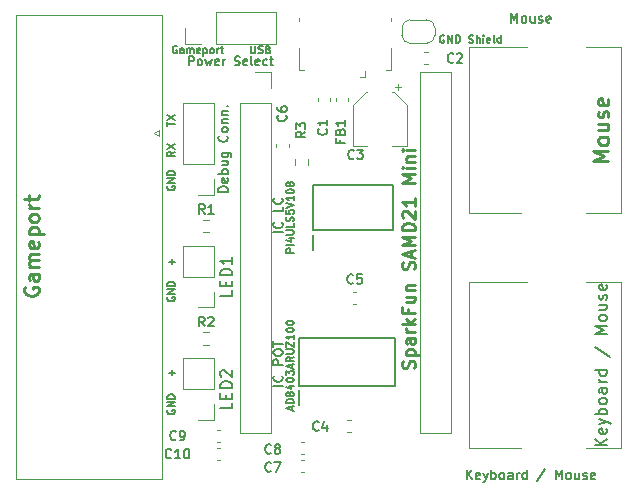
<source format=gbr>
G04 #@! TF.GenerationSoftware,KiCad,Pcbnew,7.0.5*
G04 #@! TF.CreationDate,2023-12-31T10:49:34+01:00*
G04 #@! TF.ProjectId,usb-to-ps2-gameport-hat-arduino-pro-mini,7573622d-746f-42d7-9073-322d67616d65,1.3*
G04 #@! TF.SameCoordinates,Original*
G04 #@! TF.FileFunction,Legend,Top*
G04 #@! TF.FilePolarity,Positive*
%FSLAX46Y46*%
G04 Gerber Fmt 4.6, Leading zero omitted, Abs format (unit mm)*
G04 Created by KiCad (PCBNEW 7.0.5) date 2023-12-31 10:49:34*
%MOMM*%
%LPD*%
G01*
G04 APERTURE LIST*
%ADD10C,0.150000*%
%ADD11C,0.250000*%
%ADD12C,0.160000*%
%ADD13C,0.220000*%
%ADD14C,0.254000*%
%ADD15C,0.120000*%
%ADD16C,0.200000*%
%ADD17C,0.100000*%
G04 APERTURE END LIST*
D10*
X99258004Y-52931224D02*
X99228004Y-52991224D01*
X99228004Y-52991224D02*
X99228004Y-53081224D01*
X99228004Y-53081224D02*
X99258004Y-53171224D01*
X99258004Y-53171224D02*
X99318004Y-53231224D01*
X99318004Y-53231224D02*
X99378004Y-53261224D01*
X99378004Y-53261224D02*
X99498004Y-53291224D01*
X99498004Y-53291224D02*
X99588004Y-53291224D01*
X99588004Y-53291224D02*
X99708004Y-53261224D01*
X99708004Y-53261224D02*
X99768004Y-53231224D01*
X99768004Y-53231224D02*
X99828004Y-53171224D01*
X99828004Y-53171224D02*
X99858004Y-53081224D01*
X99858004Y-53081224D02*
X99858004Y-53021224D01*
X99858004Y-53021224D02*
X99828004Y-52931224D01*
X99828004Y-52931224D02*
X99798004Y-52901224D01*
X99798004Y-52901224D02*
X99588004Y-52901224D01*
X99588004Y-52901224D02*
X99588004Y-53021224D01*
X99858004Y-52631224D02*
X99228004Y-52631224D01*
X99228004Y-52631224D02*
X99858004Y-52271224D01*
X99858004Y-52271224D02*
X99228004Y-52271224D01*
X99858004Y-51971224D02*
X99228004Y-51971224D01*
X99228004Y-51971224D02*
X99228004Y-51821224D01*
X99228004Y-51821224D02*
X99258004Y-51731224D01*
X99258004Y-51731224D02*
X99318004Y-51671224D01*
X99318004Y-51671224D02*
X99378004Y-51641224D01*
X99378004Y-51641224D02*
X99498004Y-51611224D01*
X99498004Y-51611224D02*
X99588004Y-51611224D01*
X99588004Y-51611224D02*
X99708004Y-51641224D01*
X99708004Y-51641224D02*
X99768004Y-51671224D01*
X99768004Y-51671224D02*
X99828004Y-51731224D01*
X99828004Y-51731224D02*
X99858004Y-51821224D01*
X99858004Y-51821224D02*
X99858004Y-51971224D01*
X99858004Y-50016224D02*
X99558004Y-50226224D01*
X99858004Y-50376224D02*
X99228004Y-50376224D01*
X99228004Y-50376224D02*
X99228004Y-50136224D01*
X99228004Y-50136224D02*
X99258004Y-50076224D01*
X99258004Y-50076224D02*
X99288004Y-50046224D01*
X99288004Y-50046224D02*
X99348004Y-50016224D01*
X99348004Y-50016224D02*
X99438004Y-50016224D01*
X99438004Y-50016224D02*
X99498004Y-50046224D01*
X99498004Y-50046224D02*
X99528004Y-50076224D01*
X99528004Y-50076224D02*
X99558004Y-50136224D01*
X99558004Y-50136224D02*
X99558004Y-50376224D01*
X99228004Y-49806224D02*
X99858004Y-49386224D01*
X99228004Y-49386224D02*
X99858004Y-49806224D01*
X99228004Y-47851224D02*
X99228004Y-47491224D01*
X99858004Y-47671224D02*
X99228004Y-47671224D01*
X99228004Y-47341224D02*
X99858004Y-46921224D01*
X99228004Y-46921224D02*
X99858004Y-47341224D01*
X99618004Y-59549224D02*
X99618004Y-59069224D01*
X99858004Y-59309224D02*
X99378004Y-59309224D01*
X99618004Y-68947224D02*
X99618004Y-68467224D01*
X99858004Y-68707224D02*
X99378004Y-68707224D01*
X100040354Y-41078874D02*
X99980354Y-41048874D01*
X99980354Y-41048874D02*
X99890354Y-41048874D01*
X99890354Y-41048874D02*
X99800354Y-41078874D01*
X99800354Y-41078874D02*
X99740354Y-41138874D01*
X99740354Y-41138874D02*
X99710354Y-41198874D01*
X99710354Y-41198874D02*
X99680354Y-41318874D01*
X99680354Y-41318874D02*
X99680354Y-41408874D01*
X99680354Y-41408874D02*
X99710354Y-41528874D01*
X99710354Y-41528874D02*
X99740354Y-41588874D01*
X99740354Y-41588874D02*
X99800354Y-41648874D01*
X99800354Y-41648874D02*
X99890354Y-41678874D01*
X99890354Y-41678874D02*
X99950354Y-41678874D01*
X99950354Y-41678874D02*
X100040354Y-41648874D01*
X100040354Y-41648874D02*
X100070354Y-41618874D01*
X100070354Y-41618874D02*
X100070354Y-41408874D01*
X100070354Y-41408874D02*
X99950354Y-41408874D01*
X100610354Y-41678874D02*
X100610354Y-41348874D01*
X100610354Y-41348874D02*
X100580354Y-41288874D01*
X100580354Y-41288874D02*
X100520354Y-41258874D01*
X100520354Y-41258874D02*
X100400354Y-41258874D01*
X100400354Y-41258874D02*
X100340354Y-41288874D01*
X100610354Y-41648874D02*
X100550354Y-41678874D01*
X100550354Y-41678874D02*
X100400354Y-41678874D01*
X100400354Y-41678874D02*
X100340354Y-41648874D01*
X100340354Y-41648874D02*
X100310354Y-41588874D01*
X100310354Y-41588874D02*
X100310354Y-41528874D01*
X100310354Y-41528874D02*
X100340354Y-41468874D01*
X100340354Y-41468874D02*
X100400354Y-41438874D01*
X100400354Y-41438874D02*
X100550354Y-41438874D01*
X100550354Y-41438874D02*
X100610354Y-41408874D01*
X100910354Y-41678874D02*
X100910354Y-41258874D01*
X100910354Y-41318874D02*
X100940354Y-41288874D01*
X100940354Y-41288874D02*
X101000354Y-41258874D01*
X101000354Y-41258874D02*
X101090354Y-41258874D01*
X101090354Y-41258874D02*
X101150354Y-41288874D01*
X101150354Y-41288874D02*
X101180354Y-41348874D01*
X101180354Y-41348874D02*
X101180354Y-41678874D01*
X101180354Y-41348874D02*
X101210354Y-41288874D01*
X101210354Y-41288874D02*
X101270354Y-41258874D01*
X101270354Y-41258874D02*
X101360354Y-41258874D01*
X101360354Y-41258874D02*
X101420354Y-41288874D01*
X101420354Y-41288874D02*
X101450354Y-41348874D01*
X101450354Y-41348874D02*
X101450354Y-41678874D01*
X101990354Y-41648874D02*
X101930354Y-41678874D01*
X101930354Y-41678874D02*
X101810354Y-41678874D01*
X101810354Y-41678874D02*
X101750354Y-41648874D01*
X101750354Y-41648874D02*
X101720354Y-41588874D01*
X101720354Y-41588874D02*
X101720354Y-41348874D01*
X101720354Y-41348874D02*
X101750354Y-41288874D01*
X101750354Y-41288874D02*
X101810354Y-41258874D01*
X101810354Y-41258874D02*
X101930354Y-41258874D01*
X101930354Y-41258874D02*
X101990354Y-41288874D01*
X101990354Y-41288874D02*
X102020354Y-41348874D01*
X102020354Y-41348874D02*
X102020354Y-41408874D01*
X102020354Y-41408874D02*
X101720354Y-41468874D01*
X102290354Y-41258874D02*
X102290354Y-41888874D01*
X102290354Y-41288874D02*
X102350354Y-41258874D01*
X102350354Y-41258874D02*
X102470354Y-41258874D01*
X102470354Y-41258874D02*
X102530354Y-41288874D01*
X102530354Y-41288874D02*
X102560354Y-41318874D01*
X102560354Y-41318874D02*
X102590354Y-41378874D01*
X102590354Y-41378874D02*
X102590354Y-41558874D01*
X102590354Y-41558874D02*
X102560354Y-41618874D01*
X102560354Y-41618874D02*
X102530354Y-41648874D01*
X102530354Y-41648874D02*
X102470354Y-41678874D01*
X102470354Y-41678874D02*
X102350354Y-41678874D01*
X102350354Y-41678874D02*
X102290354Y-41648874D01*
X102950354Y-41678874D02*
X102890354Y-41648874D01*
X102890354Y-41648874D02*
X102860354Y-41618874D01*
X102860354Y-41618874D02*
X102830354Y-41558874D01*
X102830354Y-41558874D02*
X102830354Y-41378874D01*
X102830354Y-41378874D02*
X102860354Y-41318874D01*
X102860354Y-41318874D02*
X102890354Y-41288874D01*
X102890354Y-41288874D02*
X102950354Y-41258874D01*
X102950354Y-41258874D02*
X103040354Y-41258874D01*
X103040354Y-41258874D02*
X103100354Y-41288874D01*
X103100354Y-41288874D02*
X103130354Y-41318874D01*
X103130354Y-41318874D02*
X103160354Y-41378874D01*
X103160354Y-41378874D02*
X103160354Y-41558874D01*
X103160354Y-41558874D02*
X103130354Y-41618874D01*
X103130354Y-41618874D02*
X103100354Y-41648874D01*
X103100354Y-41648874D02*
X103040354Y-41678874D01*
X103040354Y-41678874D02*
X102950354Y-41678874D01*
X103430354Y-41678874D02*
X103430354Y-41258874D01*
X103430354Y-41378874D02*
X103460354Y-41318874D01*
X103460354Y-41318874D02*
X103490354Y-41288874D01*
X103490354Y-41288874D02*
X103550354Y-41258874D01*
X103550354Y-41258874D02*
X103610354Y-41258874D01*
X103730354Y-41258874D02*
X103970354Y-41258874D01*
X103820354Y-41048874D02*
X103820354Y-41588874D01*
X103820354Y-41588874D02*
X103850354Y-41648874D01*
X103850354Y-41648874D02*
X103910354Y-41678874D01*
X103910354Y-41678874D02*
X103970354Y-41678874D01*
X106320354Y-41048874D02*
X106320354Y-41558874D01*
X106320354Y-41558874D02*
X106350354Y-41618874D01*
X106350354Y-41618874D02*
X106380354Y-41648874D01*
X106380354Y-41648874D02*
X106440354Y-41678874D01*
X106440354Y-41678874D02*
X106560354Y-41678874D01*
X106560354Y-41678874D02*
X106620354Y-41648874D01*
X106620354Y-41648874D02*
X106650354Y-41618874D01*
X106650354Y-41618874D02*
X106680354Y-41558874D01*
X106680354Y-41558874D02*
X106680354Y-41048874D01*
X106950354Y-41648874D02*
X107040354Y-41678874D01*
X107040354Y-41678874D02*
X107190354Y-41678874D01*
X107190354Y-41678874D02*
X107250354Y-41648874D01*
X107250354Y-41648874D02*
X107280354Y-41618874D01*
X107280354Y-41618874D02*
X107310354Y-41558874D01*
X107310354Y-41558874D02*
X107310354Y-41498874D01*
X107310354Y-41498874D02*
X107280354Y-41438874D01*
X107280354Y-41438874D02*
X107250354Y-41408874D01*
X107250354Y-41408874D02*
X107190354Y-41378874D01*
X107190354Y-41378874D02*
X107070354Y-41348874D01*
X107070354Y-41348874D02*
X107010354Y-41318874D01*
X107010354Y-41318874D02*
X106980354Y-41288874D01*
X106980354Y-41288874D02*
X106950354Y-41228874D01*
X106950354Y-41228874D02*
X106950354Y-41168874D01*
X106950354Y-41168874D02*
X106980354Y-41108874D01*
X106980354Y-41108874D02*
X107010354Y-41078874D01*
X107010354Y-41078874D02*
X107070354Y-41048874D01*
X107070354Y-41048874D02*
X107220354Y-41048874D01*
X107220354Y-41048874D02*
X107310354Y-41078874D01*
X107790354Y-41348874D02*
X107880354Y-41378874D01*
X107880354Y-41378874D02*
X107910354Y-41408874D01*
X107910354Y-41408874D02*
X107940354Y-41468874D01*
X107940354Y-41468874D02*
X107940354Y-41558874D01*
X107940354Y-41558874D02*
X107910354Y-41618874D01*
X107910354Y-41618874D02*
X107880354Y-41648874D01*
X107880354Y-41648874D02*
X107820354Y-41678874D01*
X107820354Y-41678874D02*
X107580354Y-41678874D01*
X107580354Y-41678874D02*
X107580354Y-41048874D01*
X107580354Y-41048874D02*
X107790354Y-41048874D01*
X107790354Y-41048874D02*
X107850354Y-41078874D01*
X107850354Y-41078874D02*
X107880354Y-41108874D01*
X107880354Y-41108874D02*
X107910354Y-41168874D01*
X107910354Y-41168874D02*
X107910354Y-41228874D01*
X107910354Y-41228874D02*
X107880354Y-41288874D01*
X107880354Y-41288874D02*
X107850354Y-41318874D01*
X107850354Y-41318874D02*
X107790354Y-41348874D01*
X107790354Y-41348874D02*
X107580354Y-41348874D01*
X109002295Y-56838570D02*
X108202295Y-56838570D01*
X108926104Y-56000475D02*
X108964200Y-56038571D01*
X108964200Y-56038571D02*
X109002295Y-56152856D01*
X109002295Y-56152856D02*
X109002295Y-56229047D01*
X109002295Y-56229047D02*
X108964200Y-56343333D01*
X108964200Y-56343333D02*
X108888009Y-56419523D01*
X108888009Y-56419523D02*
X108811819Y-56457618D01*
X108811819Y-56457618D02*
X108659438Y-56495714D01*
X108659438Y-56495714D02*
X108545152Y-56495714D01*
X108545152Y-56495714D02*
X108392771Y-56457618D01*
X108392771Y-56457618D02*
X108316580Y-56419523D01*
X108316580Y-56419523D02*
X108240390Y-56343333D01*
X108240390Y-56343333D02*
X108202295Y-56229047D01*
X108202295Y-56229047D02*
X108202295Y-56152856D01*
X108202295Y-56152856D02*
X108240390Y-56038571D01*
X108240390Y-56038571D02*
X108278485Y-56000475D01*
X109002295Y-54667142D02*
X109002295Y-55048094D01*
X109002295Y-55048094D02*
X108202295Y-55048094D01*
X108926104Y-53943332D02*
X108964200Y-53981428D01*
X108964200Y-53981428D02*
X109002295Y-54095713D01*
X109002295Y-54095713D02*
X109002295Y-54171904D01*
X109002295Y-54171904D02*
X108964200Y-54286190D01*
X108964200Y-54286190D02*
X108888009Y-54362380D01*
X108888009Y-54362380D02*
X108811819Y-54400475D01*
X108811819Y-54400475D02*
X108659438Y-54438571D01*
X108659438Y-54438571D02*
X108545152Y-54438571D01*
X108545152Y-54438571D02*
X108392771Y-54400475D01*
X108392771Y-54400475D02*
X108316580Y-54362380D01*
X108316580Y-54362380D02*
X108240390Y-54286190D01*
X108240390Y-54286190D02*
X108202295Y-54171904D01*
X108202295Y-54171904D02*
X108202295Y-54095713D01*
X108202295Y-54095713D02*
X108240390Y-53981428D01*
X108240390Y-53981428D02*
X108278485Y-53943332D01*
X128342857Y-39090295D02*
X128342857Y-38290295D01*
X128342857Y-38290295D02*
X128609523Y-38861723D01*
X128609523Y-38861723D02*
X128876190Y-38290295D01*
X128876190Y-38290295D02*
X128876190Y-39090295D01*
X129371428Y-39090295D02*
X129295238Y-39052200D01*
X129295238Y-39052200D02*
X129257143Y-39014104D01*
X129257143Y-39014104D02*
X129219047Y-38937914D01*
X129219047Y-38937914D02*
X129219047Y-38709342D01*
X129219047Y-38709342D02*
X129257143Y-38633152D01*
X129257143Y-38633152D02*
X129295238Y-38595057D01*
X129295238Y-38595057D02*
X129371428Y-38556961D01*
X129371428Y-38556961D02*
X129485714Y-38556961D01*
X129485714Y-38556961D02*
X129561905Y-38595057D01*
X129561905Y-38595057D02*
X129600000Y-38633152D01*
X129600000Y-38633152D02*
X129638095Y-38709342D01*
X129638095Y-38709342D02*
X129638095Y-38937914D01*
X129638095Y-38937914D02*
X129600000Y-39014104D01*
X129600000Y-39014104D02*
X129561905Y-39052200D01*
X129561905Y-39052200D02*
X129485714Y-39090295D01*
X129485714Y-39090295D02*
X129371428Y-39090295D01*
X130323810Y-38556961D02*
X130323810Y-39090295D01*
X129980953Y-38556961D02*
X129980953Y-38976009D01*
X129980953Y-38976009D02*
X130019048Y-39052200D01*
X130019048Y-39052200D02*
X130095238Y-39090295D01*
X130095238Y-39090295D02*
X130209524Y-39090295D01*
X130209524Y-39090295D02*
X130285715Y-39052200D01*
X130285715Y-39052200D02*
X130323810Y-39014104D01*
X130666667Y-39052200D02*
X130742858Y-39090295D01*
X130742858Y-39090295D02*
X130895239Y-39090295D01*
X130895239Y-39090295D02*
X130971429Y-39052200D01*
X130971429Y-39052200D02*
X131009525Y-38976009D01*
X131009525Y-38976009D02*
X131009525Y-38937914D01*
X131009525Y-38937914D02*
X130971429Y-38861723D01*
X130971429Y-38861723D02*
X130895239Y-38823628D01*
X130895239Y-38823628D02*
X130780953Y-38823628D01*
X130780953Y-38823628D02*
X130704763Y-38785533D01*
X130704763Y-38785533D02*
X130666667Y-38709342D01*
X130666667Y-38709342D02*
X130666667Y-38671247D01*
X130666667Y-38671247D02*
X130704763Y-38595057D01*
X130704763Y-38595057D02*
X130780953Y-38556961D01*
X130780953Y-38556961D02*
X130895239Y-38556961D01*
X130895239Y-38556961D02*
X130971429Y-38595057D01*
X131657144Y-39052200D02*
X131580953Y-39090295D01*
X131580953Y-39090295D02*
X131428572Y-39090295D01*
X131428572Y-39090295D02*
X131352382Y-39052200D01*
X131352382Y-39052200D02*
X131314286Y-38976009D01*
X131314286Y-38976009D02*
X131314286Y-38671247D01*
X131314286Y-38671247D02*
X131352382Y-38595057D01*
X131352382Y-38595057D02*
X131428572Y-38556961D01*
X131428572Y-38556961D02*
X131580953Y-38556961D01*
X131580953Y-38556961D02*
X131657144Y-38595057D01*
X131657144Y-38595057D02*
X131695239Y-38671247D01*
X131695239Y-38671247D02*
X131695239Y-38747438D01*
X131695239Y-38747438D02*
X131314286Y-38823628D01*
X109002295Y-69818570D02*
X108202295Y-69818570D01*
X108926104Y-68980475D02*
X108964200Y-69018571D01*
X108964200Y-69018571D02*
X109002295Y-69132856D01*
X109002295Y-69132856D02*
X109002295Y-69209047D01*
X109002295Y-69209047D02*
X108964200Y-69323333D01*
X108964200Y-69323333D02*
X108888009Y-69399523D01*
X108888009Y-69399523D02*
X108811819Y-69437618D01*
X108811819Y-69437618D02*
X108659438Y-69475714D01*
X108659438Y-69475714D02*
X108545152Y-69475714D01*
X108545152Y-69475714D02*
X108392771Y-69437618D01*
X108392771Y-69437618D02*
X108316580Y-69399523D01*
X108316580Y-69399523D02*
X108240390Y-69323333D01*
X108240390Y-69323333D02*
X108202295Y-69209047D01*
X108202295Y-69209047D02*
X108202295Y-69132856D01*
X108202295Y-69132856D02*
X108240390Y-69018571D01*
X108240390Y-69018571D02*
X108278485Y-68980475D01*
X109002295Y-68028094D02*
X108202295Y-68028094D01*
X108202295Y-68028094D02*
X108202295Y-67723332D01*
X108202295Y-67723332D02*
X108240390Y-67647142D01*
X108240390Y-67647142D02*
X108278485Y-67609047D01*
X108278485Y-67609047D02*
X108354676Y-67570951D01*
X108354676Y-67570951D02*
X108468961Y-67570951D01*
X108468961Y-67570951D02*
X108545152Y-67609047D01*
X108545152Y-67609047D02*
X108583247Y-67647142D01*
X108583247Y-67647142D02*
X108621342Y-67723332D01*
X108621342Y-67723332D02*
X108621342Y-68028094D01*
X108202295Y-67075713D02*
X108202295Y-66923332D01*
X108202295Y-66923332D02*
X108240390Y-66847142D01*
X108240390Y-66847142D02*
X108316580Y-66770951D01*
X108316580Y-66770951D02*
X108468961Y-66732856D01*
X108468961Y-66732856D02*
X108735628Y-66732856D01*
X108735628Y-66732856D02*
X108888009Y-66770951D01*
X108888009Y-66770951D02*
X108964200Y-66847142D01*
X108964200Y-66847142D02*
X109002295Y-66923332D01*
X109002295Y-66923332D02*
X109002295Y-67075713D01*
X109002295Y-67075713D02*
X108964200Y-67151904D01*
X108964200Y-67151904D02*
X108888009Y-67228094D01*
X108888009Y-67228094D02*
X108735628Y-67266190D01*
X108735628Y-67266190D02*
X108468961Y-67266190D01*
X108468961Y-67266190D02*
X108316580Y-67228094D01*
X108316580Y-67228094D02*
X108240390Y-67151904D01*
X108240390Y-67151904D02*
X108202295Y-67075713D01*
X108202295Y-66504285D02*
X108202295Y-66047142D01*
X109002295Y-66275714D02*
X108202295Y-66275714D01*
X99258004Y-71875224D02*
X99228004Y-71935224D01*
X99228004Y-71935224D02*
X99228004Y-72025224D01*
X99228004Y-72025224D02*
X99258004Y-72115224D01*
X99258004Y-72115224D02*
X99318004Y-72175224D01*
X99318004Y-72175224D02*
X99378004Y-72205224D01*
X99378004Y-72205224D02*
X99498004Y-72235224D01*
X99498004Y-72235224D02*
X99588004Y-72235224D01*
X99588004Y-72235224D02*
X99708004Y-72205224D01*
X99708004Y-72205224D02*
X99768004Y-72175224D01*
X99768004Y-72175224D02*
X99828004Y-72115224D01*
X99828004Y-72115224D02*
X99858004Y-72025224D01*
X99858004Y-72025224D02*
X99858004Y-71965224D01*
X99858004Y-71965224D02*
X99828004Y-71875224D01*
X99828004Y-71875224D02*
X99798004Y-71845224D01*
X99798004Y-71845224D02*
X99588004Y-71845224D01*
X99588004Y-71845224D02*
X99588004Y-71965224D01*
X99858004Y-71575224D02*
X99228004Y-71575224D01*
X99228004Y-71575224D02*
X99858004Y-71215224D01*
X99858004Y-71215224D02*
X99228004Y-71215224D01*
X99858004Y-70915224D02*
X99228004Y-70915224D01*
X99228004Y-70915224D02*
X99228004Y-70765224D01*
X99228004Y-70765224D02*
X99258004Y-70675224D01*
X99258004Y-70675224D02*
X99318004Y-70615224D01*
X99318004Y-70615224D02*
X99378004Y-70585224D01*
X99378004Y-70585224D02*
X99498004Y-70555224D01*
X99498004Y-70555224D02*
X99588004Y-70555224D01*
X99588004Y-70555224D02*
X99708004Y-70585224D01*
X99708004Y-70585224D02*
X99768004Y-70615224D01*
X99768004Y-70615224D02*
X99828004Y-70675224D01*
X99828004Y-70675224D02*
X99858004Y-70765224D01*
X99858004Y-70765224D02*
X99858004Y-70915224D01*
X124571427Y-77734295D02*
X124571427Y-76934295D01*
X125028570Y-77734295D02*
X124685712Y-77277152D01*
X125028570Y-76934295D02*
X124571427Y-77391438D01*
X125676189Y-77696200D02*
X125599998Y-77734295D01*
X125599998Y-77734295D02*
X125447617Y-77734295D01*
X125447617Y-77734295D02*
X125371427Y-77696200D01*
X125371427Y-77696200D02*
X125333331Y-77620009D01*
X125333331Y-77620009D02*
X125333331Y-77315247D01*
X125333331Y-77315247D02*
X125371427Y-77239057D01*
X125371427Y-77239057D02*
X125447617Y-77200961D01*
X125447617Y-77200961D02*
X125599998Y-77200961D01*
X125599998Y-77200961D02*
X125676189Y-77239057D01*
X125676189Y-77239057D02*
X125714284Y-77315247D01*
X125714284Y-77315247D02*
X125714284Y-77391438D01*
X125714284Y-77391438D02*
X125333331Y-77467628D01*
X125980950Y-77200961D02*
X126171426Y-77734295D01*
X126361903Y-77200961D02*
X126171426Y-77734295D01*
X126171426Y-77734295D02*
X126095236Y-77924771D01*
X126095236Y-77924771D02*
X126057141Y-77962866D01*
X126057141Y-77962866D02*
X125980950Y-78000961D01*
X126666665Y-77734295D02*
X126666665Y-76934295D01*
X126666665Y-77239057D02*
X126742855Y-77200961D01*
X126742855Y-77200961D02*
X126895236Y-77200961D01*
X126895236Y-77200961D02*
X126971427Y-77239057D01*
X126971427Y-77239057D02*
X127009522Y-77277152D01*
X127009522Y-77277152D02*
X127047617Y-77353342D01*
X127047617Y-77353342D02*
X127047617Y-77581914D01*
X127047617Y-77581914D02*
X127009522Y-77658104D01*
X127009522Y-77658104D02*
X126971427Y-77696200D01*
X126971427Y-77696200D02*
X126895236Y-77734295D01*
X126895236Y-77734295D02*
X126742855Y-77734295D01*
X126742855Y-77734295D02*
X126666665Y-77696200D01*
X127504760Y-77734295D02*
X127428570Y-77696200D01*
X127428570Y-77696200D02*
X127390475Y-77658104D01*
X127390475Y-77658104D02*
X127352379Y-77581914D01*
X127352379Y-77581914D02*
X127352379Y-77353342D01*
X127352379Y-77353342D02*
X127390475Y-77277152D01*
X127390475Y-77277152D02*
X127428570Y-77239057D01*
X127428570Y-77239057D02*
X127504760Y-77200961D01*
X127504760Y-77200961D02*
X127619046Y-77200961D01*
X127619046Y-77200961D02*
X127695237Y-77239057D01*
X127695237Y-77239057D02*
X127733332Y-77277152D01*
X127733332Y-77277152D02*
X127771427Y-77353342D01*
X127771427Y-77353342D02*
X127771427Y-77581914D01*
X127771427Y-77581914D02*
X127733332Y-77658104D01*
X127733332Y-77658104D02*
X127695237Y-77696200D01*
X127695237Y-77696200D02*
X127619046Y-77734295D01*
X127619046Y-77734295D02*
X127504760Y-77734295D01*
X128457142Y-77734295D02*
X128457142Y-77315247D01*
X128457142Y-77315247D02*
X128419047Y-77239057D01*
X128419047Y-77239057D02*
X128342856Y-77200961D01*
X128342856Y-77200961D02*
X128190475Y-77200961D01*
X128190475Y-77200961D02*
X128114285Y-77239057D01*
X128457142Y-77696200D02*
X128380951Y-77734295D01*
X128380951Y-77734295D02*
X128190475Y-77734295D01*
X128190475Y-77734295D02*
X128114285Y-77696200D01*
X128114285Y-77696200D02*
X128076189Y-77620009D01*
X128076189Y-77620009D02*
X128076189Y-77543819D01*
X128076189Y-77543819D02*
X128114285Y-77467628D01*
X128114285Y-77467628D02*
X128190475Y-77429533D01*
X128190475Y-77429533D02*
X128380951Y-77429533D01*
X128380951Y-77429533D02*
X128457142Y-77391438D01*
X128838095Y-77734295D02*
X128838095Y-77200961D01*
X128838095Y-77353342D02*
X128876190Y-77277152D01*
X128876190Y-77277152D02*
X128914285Y-77239057D01*
X128914285Y-77239057D02*
X128990476Y-77200961D01*
X128990476Y-77200961D02*
X129066666Y-77200961D01*
X129676190Y-77734295D02*
X129676190Y-76934295D01*
X129676190Y-77696200D02*
X129599999Y-77734295D01*
X129599999Y-77734295D02*
X129447618Y-77734295D01*
X129447618Y-77734295D02*
X129371428Y-77696200D01*
X129371428Y-77696200D02*
X129333333Y-77658104D01*
X129333333Y-77658104D02*
X129295237Y-77581914D01*
X129295237Y-77581914D02*
X129295237Y-77353342D01*
X129295237Y-77353342D02*
X129333333Y-77277152D01*
X129333333Y-77277152D02*
X129371428Y-77239057D01*
X129371428Y-77239057D02*
X129447618Y-77200961D01*
X129447618Y-77200961D02*
X129599999Y-77200961D01*
X129599999Y-77200961D02*
X129676190Y-77239057D01*
X131238095Y-76896200D02*
X130552381Y-77924771D01*
X132114286Y-77734295D02*
X132114286Y-76934295D01*
X132114286Y-76934295D02*
X132380952Y-77505723D01*
X132380952Y-77505723D02*
X132647619Y-76934295D01*
X132647619Y-76934295D02*
X132647619Y-77734295D01*
X133142857Y-77734295D02*
X133066667Y-77696200D01*
X133066667Y-77696200D02*
X133028572Y-77658104D01*
X133028572Y-77658104D02*
X132990476Y-77581914D01*
X132990476Y-77581914D02*
X132990476Y-77353342D01*
X132990476Y-77353342D02*
X133028572Y-77277152D01*
X133028572Y-77277152D02*
X133066667Y-77239057D01*
X133066667Y-77239057D02*
X133142857Y-77200961D01*
X133142857Y-77200961D02*
X133257143Y-77200961D01*
X133257143Y-77200961D02*
X133333334Y-77239057D01*
X133333334Y-77239057D02*
X133371429Y-77277152D01*
X133371429Y-77277152D02*
X133409524Y-77353342D01*
X133409524Y-77353342D02*
X133409524Y-77581914D01*
X133409524Y-77581914D02*
X133371429Y-77658104D01*
X133371429Y-77658104D02*
X133333334Y-77696200D01*
X133333334Y-77696200D02*
X133257143Y-77734295D01*
X133257143Y-77734295D02*
X133142857Y-77734295D01*
X134095239Y-77200961D02*
X134095239Y-77734295D01*
X133752382Y-77200961D02*
X133752382Y-77620009D01*
X133752382Y-77620009D02*
X133790477Y-77696200D01*
X133790477Y-77696200D02*
X133866667Y-77734295D01*
X133866667Y-77734295D02*
X133980953Y-77734295D01*
X133980953Y-77734295D02*
X134057144Y-77696200D01*
X134057144Y-77696200D02*
X134095239Y-77658104D01*
X134438096Y-77696200D02*
X134514287Y-77734295D01*
X134514287Y-77734295D02*
X134666668Y-77734295D01*
X134666668Y-77734295D02*
X134742858Y-77696200D01*
X134742858Y-77696200D02*
X134780954Y-77620009D01*
X134780954Y-77620009D02*
X134780954Y-77581914D01*
X134780954Y-77581914D02*
X134742858Y-77505723D01*
X134742858Y-77505723D02*
X134666668Y-77467628D01*
X134666668Y-77467628D02*
X134552382Y-77467628D01*
X134552382Y-77467628D02*
X134476192Y-77429533D01*
X134476192Y-77429533D02*
X134438096Y-77353342D01*
X134438096Y-77353342D02*
X134438096Y-77315247D01*
X134438096Y-77315247D02*
X134476192Y-77239057D01*
X134476192Y-77239057D02*
X134552382Y-77200961D01*
X134552382Y-77200961D02*
X134666668Y-77200961D01*
X134666668Y-77200961D02*
X134742858Y-77239057D01*
X135428573Y-77696200D02*
X135352382Y-77734295D01*
X135352382Y-77734295D02*
X135200001Y-77734295D01*
X135200001Y-77734295D02*
X135123811Y-77696200D01*
X135123811Y-77696200D02*
X135085715Y-77620009D01*
X135085715Y-77620009D02*
X135085715Y-77315247D01*
X135085715Y-77315247D02*
X135123811Y-77239057D01*
X135123811Y-77239057D02*
X135200001Y-77200961D01*
X135200001Y-77200961D02*
X135352382Y-77200961D01*
X135352382Y-77200961D02*
X135428573Y-77239057D01*
X135428573Y-77239057D02*
X135466668Y-77315247D01*
X135466668Y-77315247D02*
X135466668Y-77391438D01*
X135466668Y-77391438D02*
X135085715Y-77467628D01*
X122655953Y-40173854D02*
X122594048Y-40142902D01*
X122594048Y-40142902D02*
X122501191Y-40142902D01*
X122501191Y-40142902D02*
X122408334Y-40173854D01*
X122408334Y-40173854D02*
X122346429Y-40235759D01*
X122346429Y-40235759D02*
X122315476Y-40297664D01*
X122315476Y-40297664D02*
X122284524Y-40421473D01*
X122284524Y-40421473D02*
X122284524Y-40514330D01*
X122284524Y-40514330D02*
X122315476Y-40638140D01*
X122315476Y-40638140D02*
X122346429Y-40700045D01*
X122346429Y-40700045D02*
X122408334Y-40761950D01*
X122408334Y-40761950D02*
X122501191Y-40792902D01*
X122501191Y-40792902D02*
X122563095Y-40792902D01*
X122563095Y-40792902D02*
X122655953Y-40761950D01*
X122655953Y-40761950D02*
X122686905Y-40730997D01*
X122686905Y-40730997D02*
X122686905Y-40514330D01*
X122686905Y-40514330D02*
X122563095Y-40514330D01*
X122965476Y-40792902D02*
X122965476Y-40142902D01*
X122965476Y-40142902D02*
X123336905Y-40792902D01*
X123336905Y-40792902D02*
X123336905Y-40142902D01*
X123646428Y-40792902D02*
X123646428Y-40142902D01*
X123646428Y-40142902D02*
X123801190Y-40142902D01*
X123801190Y-40142902D02*
X123894047Y-40173854D01*
X123894047Y-40173854D02*
X123955952Y-40235759D01*
X123955952Y-40235759D02*
X123986905Y-40297664D01*
X123986905Y-40297664D02*
X124017857Y-40421473D01*
X124017857Y-40421473D02*
X124017857Y-40514330D01*
X124017857Y-40514330D02*
X123986905Y-40638140D01*
X123986905Y-40638140D02*
X123955952Y-40700045D01*
X123955952Y-40700045D02*
X123894047Y-40761950D01*
X123894047Y-40761950D02*
X123801190Y-40792902D01*
X123801190Y-40792902D02*
X123646428Y-40792902D01*
X124760714Y-40761950D02*
X124853571Y-40792902D01*
X124853571Y-40792902D02*
X125008333Y-40792902D01*
X125008333Y-40792902D02*
X125070238Y-40761950D01*
X125070238Y-40761950D02*
X125101190Y-40730997D01*
X125101190Y-40730997D02*
X125132143Y-40669092D01*
X125132143Y-40669092D02*
X125132143Y-40607188D01*
X125132143Y-40607188D02*
X125101190Y-40545283D01*
X125101190Y-40545283D02*
X125070238Y-40514330D01*
X125070238Y-40514330D02*
X125008333Y-40483378D01*
X125008333Y-40483378D02*
X124884524Y-40452426D01*
X124884524Y-40452426D02*
X124822619Y-40421473D01*
X124822619Y-40421473D02*
X124791666Y-40390521D01*
X124791666Y-40390521D02*
X124760714Y-40328616D01*
X124760714Y-40328616D02*
X124760714Y-40266711D01*
X124760714Y-40266711D02*
X124791666Y-40204807D01*
X124791666Y-40204807D02*
X124822619Y-40173854D01*
X124822619Y-40173854D02*
X124884524Y-40142902D01*
X124884524Y-40142902D02*
X125039285Y-40142902D01*
X125039285Y-40142902D02*
X125132143Y-40173854D01*
X125410714Y-40792902D02*
X125410714Y-40142902D01*
X125689286Y-40792902D02*
X125689286Y-40452426D01*
X125689286Y-40452426D02*
X125658333Y-40390521D01*
X125658333Y-40390521D02*
X125596429Y-40359569D01*
X125596429Y-40359569D02*
X125503572Y-40359569D01*
X125503572Y-40359569D02*
X125441667Y-40390521D01*
X125441667Y-40390521D02*
X125410714Y-40421473D01*
X125998809Y-40792902D02*
X125998809Y-40359569D01*
X125998809Y-40142902D02*
X125967857Y-40173854D01*
X125967857Y-40173854D02*
X125998809Y-40204807D01*
X125998809Y-40204807D02*
X126029762Y-40173854D01*
X126029762Y-40173854D02*
X125998809Y-40142902D01*
X125998809Y-40142902D02*
X125998809Y-40204807D01*
X126555952Y-40761950D02*
X126494048Y-40792902D01*
X126494048Y-40792902D02*
X126370238Y-40792902D01*
X126370238Y-40792902D02*
X126308333Y-40761950D01*
X126308333Y-40761950D02*
X126277381Y-40700045D01*
X126277381Y-40700045D02*
X126277381Y-40452426D01*
X126277381Y-40452426D02*
X126308333Y-40390521D01*
X126308333Y-40390521D02*
X126370238Y-40359569D01*
X126370238Y-40359569D02*
X126494048Y-40359569D01*
X126494048Y-40359569D02*
X126555952Y-40390521D01*
X126555952Y-40390521D02*
X126586905Y-40452426D01*
X126586905Y-40452426D02*
X126586905Y-40514330D01*
X126586905Y-40514330D02*
X126277381Y-40576235D01*
X126958334Y-40792902D02*
X126896429Y-40761950D01*
X126896429Y-40761950D02*
X126865476Y-40700045D01*
X126865476Y-40700045D02*
X126865476Y-40142902D01*
X127484524Y-40792902D02*
X127484524Y-40142902D01*
X127484524Y-40761950D02*
X127422619Y-40792902D01*
X127422619Y-40792902D02*
X127298810Y-40792902D01*
X127298810Y-40792902D02*
X127236905Y-40761950D01*
X127236905Y-40761950D02*
X127205952Y-40730997D01*
X127205952Y-40730997D02*
X127175000Y-40669092D01*
X127175000Y-40669092D02*
X127175000Y-40483378D01*
X127175000Y-40483378D02*
X127205952Y-40421473D01*
X127205952Y-40421473D02*
X127236905Y-40390521D01*
X127236905Y-40390521D02*
X127298810Y-40359569D01*
X127298810Y-40359569D02*
X127422619Y-40359569D01*
X127422619Y-40359569D02*
X127484524Y-40390521D01*
X99259004Y-62325224D02*
X99229004Y-62385224D01*
X99229004Y-62385224D02*
X99229004Y-62475224D01*
X99229004Y-62475224D02*
X99259004Y-62565224D01*
X99259004Y-62565224D02*
X99319004Y-62625224D01*
X99319004Y-62625224D02*
X99379004Y-62655224D01*
X99379004Y-62655224D02*
X99499004Y-62685224D01*
X99499004Y-62685224D02*
X99589004Y-62685224D01*
X99589004Y-62685224D02*
X99709004Y-62655224D01*
X99709004Y-62655224D02*
X99769004Y-62625224D01*
X99769004Y-62625224D02*
X99829004Y-62565224D01*
X99829004Y-62565224D02*
X99859004Y-62475224D01*
X99859004Y-62475224D02*
X99859004Y-62415224D01*
X99859004Y-62415224D02*
X99829004Y-62325224D01*
X99829004Y-62325224D02*
X99799004Y-62295224D01*
X99799004Y-62295224D02*
X99589004Y-62295224D01*
X99589004Y-62295224D02*
X99589004Y-62415224D01*
X99859004Y-62025224D02*
X99229004Y-62025224D01*
X99229004Y-62025224D02*
X99859004Y-61665224D01*
X99859004Y-61665224D02*
X99229004Y-61665224D01*
X99859004Y-61365224D02*
X99229004Y-61365224D01*
X99229004Y-61365224D02*
X99229004Y-61215224D01*
X99229004Y-61215224D02*
X99259004Y-61125224D01*
X99259004Y-61125224D02*
X99319004Y-61065224D01*
X99319004Y-61065224D02*
X99379004Y-61035224D01*
X99379004Y-61035224D02*
X99499004Y-61005224D01*
X99499004Y-61005224D02*
X99589004Y-61005224D01*
X99589004Y-61005224D02*
X99709004Y-61035224D01*
X99709004Y-61035224D02*
X99769004Y-61065224D01*
X99769004Y-61065224D02*
X99829004Y-61125224D01*
X99829004Y-61125224D02*
X99859004Y-61215224D01*
X99859004Y-61215224D02*
X99859004Y-61365224D01*
X101077255Y-42680414D02*
X101077255Y-41930414D01*
X101077255Y-41930414D02*
X101362969Y-41930414D01*
X101362969Y-41930414D02*
X101434398Y-41966128D01*
X101434398Y-41966128D02*
X101470112Y-42001842D01*
X101470112Y-42001842D02*
X101505826Y-42073271D01*
X101505826Y-42073271D02*
X101505826Y-42180414D01*
X101505826Y-42180414D02*
X101470112Y-42251842D01*
X101470112Y-42251842D02*
X101434398Y-42287557D01*
X101434398Y-42287557D02*
X101362969Y-42323271D01*
X101362969Y-42323271D02*
X101077255Y-42323271D01*
X101934398Y-42680414D02*
X101862969Y-42644700D01*
X101862969Y-42644700D02*
X101827255Y-42608985D01*
X101827255Y-42608985D02*
X101791541Y-42537557D01*
X101791541Y-42537557D02*
X101791541Y-42323271D01*
X101791541Y-42323271D02*
X101827255Y-42251842D01*
X101827255Y-42251842D02*
X101862969Y-42216128D01*
X101862969Y-42216128D02*
X101934398Y-42180414D01*
X101934398Y-42180414D02*
X102041541Y-42180414D01*
X102041541Y-42180414D02*
X102112969Y-42216128D01*
X102112969Y-42216128D02*
X102148684Y-42251842D01*
X102148684Y-42251842D02*
X102184398Y-42323271D01*
X102184398Y-42323271D02*
X102184398Y-42537557D01*
X102184398Y-42537557D02*
X102148684Y-42608985D01*
X102148684Y-42608985D02*
X102112969Y-42644700D01*
X102112969Y-42644700D02*
X102041541Y-42680414D01*
X102041541Y-42680414D02*
X101934398Y-42680414D01*
X102434397Y-42180414D02*
X102577255Y-42680414D01*
X102577255Y-42680414D02*
X102720112Y-42323271D01*
X102720112Y-42323271D02*
X102862969Y-42680414D01*
X102862969Y-42680414D02*
X103005826Y-42180414D01*
X103577254Y-42644700D02*
X103505826Y-42680414D01*
X103505826Y-42680414D02*
X103362969Y-42680414D01*
X103362969Y-42680414D02*
X103291540Y-42644700D01*
X103291540Y-42644700D02*
X103255826Y-42573271D01*
X103255826Y-42573271D02*
X103255826Y-42287557D01*
X103255826Y-42287557D02*
X103291540Y-42216128D01*
X103291540Y-42216128D02*
X103362969Y-42180414D01*
X103362969Y-42180414D02*
X103505826Y-42180414D01*
X103505826Y-42180414D02*
X103577254Y-42216128D01*
X103577254Y-42216128D02*
X103612969Y-42287557D01*
X103612969Y-42287557D02*
X103612969Y-42358985D01*
X103612969Y-42358985D02*
X103255826Y-42430414D01*
X103934397Y-42680414D02*
X103934397Y-42180414D01*
X103934397Y-42323271D02*
X103970111Y-42251842D01*
X103970111Y-42251842D02*
X104005826Y-42216128D01*
X104005826Y-42216128D02*
X104077254Y-42180414D01*
X104077254Y-42180414D02*
X104148683Y-42180414D01*
X104934398Y-42644700D02*
X105041541Y-42680414D01*
X105041541Y-42680414D02*
X105220112Y-42680414D01*
X105220112Y-42680414D02*
X105291541Y-42644700D01*
X105291541Y-42644700D02*
X105327255Y-42608985D01*
X105327255Y-42608985D02*
X105362969Y-42537557D01*
X105362969Y-42537557D02*
X105362969Y-42466128D01*
X105362969Y-42466128D02*
X105327255Y-42394700D01*
X105327255Y-42394700D02*
X105291541Y-42358985D01*
X105291541Y-42358985D02*
X105220112Y-42323271D01*
X105220112Y-42323271D02*
X105077255Y-42287557D01*
X105077255Y-42287557D02*
X105005826Y-42251842D01*
X105005826Y-42251842D02*
X104970112Y-42216128D01*
X104970112Y-42216128D02*
X104934398Y-42144700D01*
X104934398Y-42144700D02*
X104934398Y-42073271D01*
X104934398Y-42073271D02*
X104970112Y-42001842D01*
X104970112Y-42001842D02*
X105005826Y-41966128D01*
X105005826Y-41966128D02*
X105077255Y-41930414D01*
X105077255Y-41930414D02*
X105255826Y-41930414D01*
X105255826Y-41930414D02*
X105362969Y-41966128D01*
X105970112Y-42644700D02*
X105898684Y-42680414D01*
X105898684Y-42680414D02*
X105755827Y-42680414D01*
X105755827Y-42680414D02*
X105684398Y-42644700D01*
X105684398Y-42644700D02*
X105648684Y-42573271D01*
X105648684Y-42573271D02*
X105648684Y-42287557D01*
X105648684Y-42287557D02*
X105684398Y-42216128D01*
X105684398Y-42216128D02*
X105755827Y-42180414D01*
X105755827Y-42180414D02*
X105898684Y-42180414D01*
X105898684Y-42180414D02*
X105970112Y-42216128D01*
X105970112Y-42216128D02*
X106005827Y-42287557D01*
X106005827Y-42287557D02*
X106005827Y-42358985D01*
X106005827Y-42358985D02*
X105648684Y-42430414D01*
X106434398Y-42680414D02*
X106362969Y-42644700D01*
X106362969Y-42644700D02*
X106327255Y-42573271D01*
X106327255Y-42573271D02*
X106327255Y-41930414D01*
X107005826Y-42644700D02*
X106934398Y-42680414D01*
X106934398Y-42680414D02*
X106791541Y-42680414D01*
X106791541Y-42680414D02*
X106720112Y-42644700D01*
X106720112Y-42644700D02*
X106684398Y-42573271D01*
X106684398Y-42573271D02*
X106684398Y-42287557D01*
X106684398Y-42287557D02*
X106720112Y-42216128D01*
X106720112Y-42216128D02*
X106791541Y-42180414D01*
X106791541Y-42180414D02*
X106934398Y-42180414D01*
X106934398Y-42180414D02*
X107005826Y-42216128D01*
X107005826Y-42216128D02*
X107041541Y-42287557D01*
X107041541Y-42287557D02*
X107041541Y-42358985D01*
X107041541Y-42358985D02*
X106684398Y-42430414D01*
X107684398Y-42644700D02*
X107612969Y-42680414D01*
X107612969Y-42680414D02*
X107470112Y-42680414D01*
X107470112Y-42680414D02*
X107398683Y-42644700D01*
X107398683Y-42644700D02*
X107362969Y-42608985D01*
X107362969Y-42608985D02*
X107327255Y-42537557D01*
X107327255Y-42537557D02*
X107327255Y-42323271D01*
X107327255Y-42323271D02*
X107362969Y-42251842D01*
X107362969Y-42251842D02*
X107398683Y-42216128D01*
X107398683Y-42216128D02*
X107470112Y-42180414D01*
X107470112Y-42180414D02*
X107612969Y-42180414D01*
X107612969Y-42180414D02*
X107684398Y-42216128D01*
X107898683Y-42180414D02*
X108184397Y-42180414D01*
X108005826Y-41930414D02*
X108005826Y-42573271D01*
X108005826Y-42573271D02*
X108041540Y-42644700D01*
X108041540Y-42644700D02*
X108112969Y-42680414D01*
X108112969Y-42680414D02*
X108184397Y-42680414D01*
D11*
X87174797Y-61482143D02*
X87115273Y-61601190D01*
X87115273Y-61601190D02*
X87115273Y-61779762D01*
X87115273Y-61779762D02*
X87174797Y-61958333D01*
X87174797Y-61958333D02*
X87293845Y-62077381D01*
X87293845Y-62077381D02*
X87412892Y-62136904D01*
X87412892Y-62136904D02*
X87650988Y-62196428D01*
X87650988Y-62196428D02*
X87829559Y-62196428D01*
X87829559Y-62196428D02*
X88067654Y-62136904D01*
X88067654Y-62136904D02*
X88186702Y-62077381D01*
X88186702Y-62077381D02*
X88305750Y-61958333D01*
X88305750Y-61958333D02*
X88365273Y-61779762D01*
X88365273Y-61779762D02*
X88365273Y-61660714D01*
X88365273Y-61660714D02*
X88305750Y-61482143D01*
X88305750Y-61482143D02*
X88246226Y-61422619D01*
X88246226Y-61422619D02*
X87829559Y-61422619D01*
X87829559Y-61422619D02*
X87829559Y-61660714D01*
X88365273Y-60351190D02*
X87710511Y-60351190D01*
X87710511Y-60351190D02*
X87591464Y-60410714D01*
X87591464Y-60410714D02*
X87531940Y-60529762D01*
X87531940Y-60529762D02*
X87531940Y-60767857D01*
X87531940Y-60767857D02*
X87591464Y-60886904D01*
X88305750Y-60351190D02*
X88365273Y-60470238D01*
X88365273Y-60470238D02*
X88365273Y-60767857D01*
X88365273Y-60767857D02*
X88305750Y-60886904D01*
X88305750Y-60886904D02*
X88186702Y-60946428D01*
X88186702Y-60946428D02*
X88067654Y-60946428D01*
X88067654Y-60946428D02*
X87948607Y-60886904D01*
X87948607Y-60886904D02*
X87889083Y-60767857D01*
X87889083Y-60767857D02*
X87889083Y-60470238D01*
X87889083Y-60470238D02*
X87829559Y-60351190D01*
X88365273Y-59755952D02*
X87531940Y-59755952D01*
X87650988Y-59755952D02*
X87591464Y-59696429D01*
X87591464Y-59696429D02*
X87531940Y-59577381D01*
X87531940Y-59577381D02*
X87531940Y-59398810D01*
X87531940Y-59398810D02*
X87591464Y-59279762D01*
X87591464Y-59279762D02*
X87710511Y-59220238D01*
X87710511Y-59220238D02*
X88365273Y-59220238D01*
X87710511Y-59220238D02*
X87591464Y-59160714D01*
X87591464Y-59160714D02*
X87531940Y-59041667D01*
X87531940Y-59041667D02*
X87531940Y-58863095D01*
X87531940Y-58863095D02*
X87591464Y-58744048D01*
X87591464Y-58744048D02*
X87710511Y-58684524D01*
X87710511Y-58684524D02*
X88365273Y-58684524D01*
X88305750Y-57613095D02*
X88365273Y-57732143D01*
X88365273Y-57732143D02*
X88365273Y-57970238D01*
X88365273Y-57970238D02*
X88305750Y-58089285D01*
X88305750Y-58089285D02*
X88186702Y-58148809D01*
X88186702Y-58148809D02*
X87710511Y-58148809D01*
X87710511Y-58148809D02*
X87591464Y-58089285D01*
X87591464Y-58089285D02*
X87531940Y-57970238D01*
X87531940Y-57970238D02*
X87531940Y-57732143D01*
X87531940Y-57732143D02*
X87591464Y-57613095D01*
X87591464Y-57613095D02*
X87710511Y-57553571D01*
X87710511Y-57553571D02*
X87829559Y-57553571D01*
X87829559Y-57553571D02*
X87948607Y-58148809D01*
X87531940Y-57017856D02*
X88781940Y-57017856D01*
X87591464Y-57017856D02*
X87531940Y-56898809D01*
X87531940Y-56898809D02*
X87531940Y-56660714D01*
X87531940Y-56660714D02*
X87591464Y-56541666D01*
X87591464Y-56541666D02*
X87650988Y-56482142D01*
X87650988Y-56482142D02*
X87770035Y-56422618D01*
X87770035Y-56422618D02*
X88127178Y-56422618D01*
X88127178Y-56422618D02*
X88246226Y-56482142D01*
X88246226Y-56482142D02*
X88305750Y-56541666D01*
X88305750Y-56541666D02*
X88365273Y-56660714D01*
X88365273Y-56660714D02*
X88365273Y-56898809D01*
X88365273Y-56898809D02*
X88305750Y-57017856D01*
X88365273Y-55708333D02*
X88305750Y-55827381D01*
X88305750Y-55827381D02*
X88246226Y-55886904D01*
X88246226Y-55886904D02*
X88127178Y-55946428D01*
X88127178Y-55946428D02*
X87770035Y-55946428D01*
X87770035Y-55946428D02*
X87650988Y-55886904D01*
X87650988Y-55886904D02*
X87591464Y-55827381D01*
X87591464Y-55827381D02*
X87531940Y-55708333D01*
X87531940Y-55708333D02*
X87531940Y-55529762D01*
X87531940Y-55529762D02*
X87591464Y-55410714D01*
X87591464Y-55410714D02*
X87650988Y-55351190D01*
X87650988Y-55351190D02*
X87770035Y-55291666D01*
X87770035Y-55291666D02*
X88127178Y-55291666D01*
X88127178Y-55291666D02*
X88246226Y-55351190D01*
X88246226Y-55351190D02*
X88305750Y-55410714D01*
X88305750Y-55410714D02*
X88365273Y-55529762D01*
X88365273Y-55529762D02*
X88365273Y-55708333D01*
X88365273Y-54755952D02*
X87531940Y-54755952D01*
X87770035Y-54755952D02*
X87650988Y-54696429D01*
X87650988Y-54696429D02*
X87591464Y-54636905D01*
X87591464Y-54636905D02*
X87531940Y-54517857D01*
X87531940Y-54517857D02*
X87531940Y-54398810D01*
X87531940Y-54160714D02*
X87531940Y-53684523D01*
X87115273Y-53982142D02*
X88186702Y-53982142D01*
X88186702Y-53982142D02*
X88305750Y-53922619D01*
X88305750Y-53922619D02*
X88365273Y-53803571D01*
X88365273Y-53803571D02*
X88365273Y-53684523D01*
D12*
X104361775Y-53379048D02*
X103561775Y-53379048D01*
X103561775Y-53379048D02*
X103561775Y-53188572D01*
X103561775Y-53188572D02*
X103599870Y-53074286D01*
X103599870Y-53074286D02*
X103676060Y-52998096D01*
X103676060Y-52998096D02*
X103752251Y-52960001D01*
X103752251Y-52960001D02*
X103904632Y-52921905D01*
X103904632Y-52921905D02*
X104018918Y-52921905D01*
X104018918Y-52921905D02*
X104171299Y-52960001D01*
X104171299Y-52960001D02*
X104247489Y-52998096D01*
X104247489Y-52998096D02*
X104323680Y-53074286D01*
X104323680Y-53074286D02*
X104361775Y-53188572D01*
X104361775Y-53188572D02*
X104361775Y-53379048D01*
X104323680Y-52274286D02*
X104361775Y-52350477D01*
X104361775Y-52350477D02*
X104361775Y-52502858D01*
X104361775Y-52502858D02*
X104323680Y-52579048D01*
X104323680Y-52579048D02*
X104247489Y-52617144D01*
X104247489Y-52617144D02*
X103942727Y-52617144D01*
X103942727Y-52617144D02*
X103866537Y-52579048D01*
X103866537Y-52579048D02*
X103828441Y-52502858D01*
X103828441Y-52502858D02*
X103828441Y-52350477D01*
X103828441Y-52350477D02*
X103866537Y-52274286D01*
X103866537Y-52274286D02*
X103942727Y-52236191D01*
X103942727Y-52236191D02*
X104018918Y-52236191D01*
X104018918Y-52236191D02*
X104095108Y-52617144D01*
X104361775Y-51893334D02*
X103561775Y-51893334D01*
X103866537Y-51893334D02*
X103828441Y-51817144D01*
X103828441Y-51817144D02*
X103828441Y-51664763D01*
X103828441Y-51664763D02*
X103866537Y-51588572D01*
X103866537Y-51588572D02*
X103904632Y-51550477D01*
X103904632Y-51550477D02*
X103980822Y-51512382D01*
X103980822Y-51512382D02*
X104209394Y-51512382D01*
X104209394Y-51512382D02*
X104285584Y-51550477D01*
X104285584Y-51550477D02*
X104323680Y-51588572D01*
X104323680Y-51588572D02*
X104361775Y-51664763D01*
X104361775Y-51664763D02*
X104361775Y-51817144D01*
X104361775Y-51817144D02*
X104323680Y-51893334D01*
X103828441Y-50826667D02*
X104361775Y-50826667D01*
X103828441Y-51169524D02*
X104247489Y-51169524D01*
X104247489Y-51169524D02*
X104323680Y-51131429D01*
X104323680Y-51131429D02*
X104361775Y-51055239D01*
X104361775Y-51055239D02*
X104361775Y-50940953D01*
X104361775Y-50940953D02*
X104323680Y-50864762D01*
X104323680Y-50864762D02*
X104285584Y-50826667D01*
X103828441Y-50102857D02*
X104476060Y-50102857D01*
X104476060Y-50102857D02*
X104552251Y-50140952D01*
X104552251Y-50140952D02*
X104590346Y-50179048D01*
X104590346Y-50179048D02*
X104628441Y-50255238D01*
X104628441Y-50255238D02*
X104628441Y-50369524D01*
X104628441Y-50369524D02*
X104590346Y-50445714D01*
X104323680Y-50102857D02*
X104361775Y-50179048D01*
X104361775Y-50179048D02*
X104361775Y-50331429D01*
X104361775Y-50331429D02*
X104323680Y-50407619D01*
X104323680Y-50407619D02*
X104285584Y-50445714D01*
X104285584Y-50445714D02*
X104209394Y-50483810D01*
X104209394Y-50483810D02*
X103980822Y-50483810D01*
X103980822Y-50483810D02*
X103904632Y-50445714D01*
X103904632Y-50445714D02*
X103866537Y-50407619D01*
X103866537Y-50407619D02*
X103828441Y-50331429D01*
X103828441Y-50331429D02*
X103828441Y-50179048D01*
X103828441Y-50179048D02*
X103866537Y-50102857D01*
X104285584Y-48655237D02*
X104323680Y-48693333D01*
X104323680Y-48693333D02*
X104361775Y-48807618D01*
X104361775Y-48807618D02*
X104361775Y-48883809D01*
X104361775Y-48883809D02*
X104323680Y-48998095D01*
X104323680Y-48998095D02*
X104247489Y-49074285D01*
X104247489Y-49074285D02*
X104171299Y-49112380D01*
X104171299Y-49112380D02*
X104018918Y-49150476D01*
X104018918Y-49150476D02*
X103904632Y-49150476D01*
X103904632Y-49150476D02*
X103752251Y-49112380D01*
X103752251Y-49112380D02*
X103676060Y-49074285D01*
X103676060Y-49074285D02*
X103599870Y-48998095D01*
X103599870Y-48998095D02*
X103561775Y-48883809D01*
X103561775Y-48883809D02*
X103561775Y-48807618D01*
X103561775Y-48807618D02*
X103599870Y-48693333D01*
X103599870Y-48693333D02*
X103637965Y-48655237D01*
X104361775Y-48198095D02*
X104323680Y-48274285D01*
X104323680Y-48274285D02*
X104285584Y-48312380D01*
X104285584Y-48312380D02*
X104209394Y-48350476D01*
X104209394Y-48350476D02*
X103980822Y-48350476D01*
X103980822Y-48350476D02*
X103904632Y-48312380D01*
X103904632Y-48312380D02*
X103866537Y-48274285D01*
X103866537Y-48274285D02*
X103828441Y-48198095D01*
X103828441Y-48198095D02*
X103828441Y-48083809D01*
X103828441Y-48083809D02*
X103866537Y-48007618D01*
X103866537Y-48007618D02*
X103904632Y-47969523D01*
X103904632Y-47969523D02*
X103980822Y-47931428D01*
X103980822Y-47931428D02*
X104209394Y-47931428D01*
X104209394Y-47931428D02*
X104285584Y-47969523D01*
X104285584Y-47969523D02*
X104323680Y-48007618D01*
X104323680Y-48007618D02*
X104361775Y-48083809D01*
X104361775Y-48083809D02*
X104361775Y-48198095D01*
X103828441Y-47588570D02*
X104361775Y-47588570D01*
X103904632Y-47588570D02*
X103866537Y-47550475D01*
X103866537Y-47550475D02*
X103828441Y-47474285D01*
X103828441Y-47474285D02*
X103828441Y-47359999D01*
X103828441Y-47359999D02*
X103866537Y-47283808D01*
X103866537Y-47283808D02*
X103942727Y-47245713D01*
X103942727Y-47245713D02*
X104361775Y-47245713D01*
X103828441Y-46864760D02*
X104361775Y-46864760D01*
X103904632Y-46864760D02*
X103866537Y-46826665D01*
X103866537Y-46826665D02*
X103828441Y-46750475D01*
X103828441Y-46750475D02*
X103828441Y-46636189D01*
X103828441Y-46636189D02*
X103866537Y-46559998D01*
X103866537Y-46559998D02*
X103942727Y-46521903D01*
X103942727Y-46521903D02*
X104361775Y-46521903D01*
X104285584Y-46140950D02*
X104323680Y-46102855D01*
X104323680Y-46102855D02*
X104361775Y-46140950D01*
X104361775Y-46140950D02*
X104323680Y-46179046D01*
X104323680Y-46179046D02*
X104285584Y-46140950D01*
X104285584Y-46140950D02*
X104361775Y-46140950D01*
D13*
X120140414Y-68346652D02*
X120192794Y-68189509D01*
X120192794Y-68189509D02*
X120192794Y-67927604D01*
X120192794Y-67927604D02*
X120140414Y-67822842D01*
X120140414Y-67822842D02*
X120088033Y-67770461D01*
X120088033Y-67770461D02*
X119983271Y-67718080D01*
X119983271Y-67718080D02*
X119878509Y-67718080D01*
X119878509Y-67718080D02*
X119773747Y-67770461D01*
X119773747Y-67770461D02*
X119721366Y-67822842D01*
X119721366Y-67822842D02*
X119668985Y-67927604D01*
X119668985Y-67927604D02*
X119616604Y-68137128D01*
X119616604Y-68137128D02*
X119564223Y-68241890D01*
X119564223Y-68241890D02*
X119511842Y-68294271D01*
X119511842Y-68294271D02*
X119407080Y-68346652D01*
X119407080Y-68346652D02*
X119302318Y-68346652D01*
X119302318Y-68346652D02*
X119197556Y-68294271D01*
X119197556Y-68294271D02*
X119145175Y-68241890D01*
X119145175Y-68241890D02*
X119092794Y-68137128D01*
X119092794Y-68137128D02*
X119092794Y-67875223D01*
X119092794Y-67875223D02*
X119145175Y-67718080D01*
X119459461Y-67246652D02*
X120559461Y-67246652D01*
X119511842Y-67246652D02*
X119459461Y-67141890D01*
X119459461Y-67141890D02*
X119459461Y-66932366D01*
X119459461Y-66932366D02*
X119511842Y-66827604D01*
X119511842Y-66827604D02*
X119564223Y-66775223D01*
X119564223Y-66775223D02*
X119668985Y-66722842D01*
X119668985Y-66722842D02*
X119983271Y-66722842D01*
X119983271Y-66722842D02*
X120088033Y-66775223D01*
X120088033Y-66775223D02*
X120140414Y-66827604D01*
X120140414Y-66827604D02*
X120192794Y-66932366D01*
X120192794Y-66932366D02*
X120192794Y-67141890D01*
X120192794Y-67141890D02*
X120140414Y-67246652D01*
X120192794Y-65779985D02*
X119616604Y-65779985D01*
X119616604Y-65779985D02*
X119511842Y-65832366D01*
X119511842Y-65832366D02*
X119459461Y-65937128D01*
X119459461Y-65937128D02*
X119459461Y-66146652D01*
X119459461Y-66146652D02*
X119511842Y-66251414D01*
X120140414Y-65779985D02*
X120192794Y-65884747D01*
X120192794Y-65884747D02*
X120192794Y-66146652D01*
X120192794Y-66146652D02*
X120140414Y-66251414D01*
X120140414Y-66251414D02*
X120035652Y-66303795D01*
X120035652Y-66303795D02*
X119930890Y-66303795D01*
X119930890Y-66303795D02*
X119826128Y-66251414D01*
X119826128Y-66251414D02*
X119773747Y-66146652D01*
X119773747Y-66146652D02*
X119773747Y-65884747D01*
X119773747Y-65884747D02*
X119721366Y-65779985D01*
X120192794Y-65256176D02*
X119459461Y-65256176D01*
X119668985Y-65256176D02*
X119564223Y-65203795D01*
X119564223Y-65203795D02*
X119511842Y-65151414D01*
X119511842Y-65151414D02*
X119459461Y-65046652D01*
X119459461Y-65046652D02*
X119459461Y-64941890D01*
X120192794Y-64575224D02*
X119092794Y-64575224D01*
X119773747Y-64470462D02*
X120192794Y-64156176D01*
X119459461Y-64156176D02*
X119878509Y-64575224D01*
X119616604Y-63318081D02*
X119616604Y-63684748D01*
X120192794Y-63684748D02*
X119092794Y-63684748D01*
X119092794Y-63684748D02*
X119092794Y-63160938D01*
X119459461Y-62270462D02*
X120192794Y-62270462D01*
X119459461Y-62741891D02*
X120035652Y-62741891D01*
X120035652Y-62741891D02*
X120140414Y-62689510D01*
X120140414Y-62689510D02*
X120192794Y-62584748D01*
X120192794Y-62584748D02*
X120192794Y-62427605D01*
X120192794Y-62427605D02*
X120140414Y-62322843D01*
X120140414Y-62322843D02*
X120088033Y-62270462D01*
X119459461Y-61746653D02*
X120192794Y-61746653D01*
X119564223Y-61746653D02*
X119511842Y-61694272D01*
X119511842Y-61694272D02*
X119459461Y-61589510D01*
X119459461Y-61589510D02*
X119459461Y-61432367D01*
X119459461Y-61432367D02*
X119511842Y-61327605D01*
X119511842Y-61327605D02*
X119616604Y-61275224D01*
X119616604Y-61275224D02*
X120192794Y-61275224D01*
X120140414Y-59965701D02*
X120192794Y-59808558D01*
X120192794Y-59808558D02*
X120192794Y-59546653D01*
X120192794Y-59546653D02*
X120140414Y-59441891D01*
X120140414Y-59441891D02*
X120088033Y-59389510D01*
X120088033Y-59389510D02*
X119983271Y-59337129D01*
X119983271Y-59337129D02*
X119878509Y-59337129D01*
X119878509Y-59337129D02*
X119773747Y-59389510D01*
X119773747Y-59389510D02*
X119721366Y-59441891D01*
X119721366Y-59441891D02*
X119668985Y-59546653D01*
X119668985Y-59546653D02*
X119616604Y-59756177D01*
X119616604Y-59756177D02*
X119564223Y-59860939D01*
X119564223Y-59860939D02*
X119511842Y-59913320D01*
X119511842Y-59913320D02*
X119407080Y-59965701D01*
X119407080Y-59965701D02*
X119302318Y-59965701D01*
X119302318Y-59965701D02*
X119197556Y-59913320D01*
X119197556Y-59913320D02*
X119145175Y-59860939D01*
X119145175Y-59860939D02*
X119092794Y-59756177D01*
X119092794Y-59756177D02*
X119092794Y-59494272D01*
X119092794Y-59494272D02*
X119145175Y-59337129D01*
X119878509Y-58918082D02*
X119878509Y-58394272D01*
X120192794Y-59022844D02*
X119092794Y-58656177D01*
X119092794Y-58656177D02*
X120192794Y-58289510D01*
X120192794Y-57922844D02*
X119092794Y-57922844D01*
X119092794Y-57922844D02*
X119878509Y-57556177D01*
X119878509Y-57556177D02*
X119092794Y-57189510D01*
X119092794Y-57189510D02*
X120192794Y-57189510D01*
X120192794Y-56665701D02*
X119092794Y-56665701D01*
X119092794Y-56665701D02*
X119092794Y-56403796D01*
X119092794Y-56403796D02*
X119145175Y-56246653D01*
X119145175Y-56246653D02*
X119249937Y-56141891D01*
X119249937Y-56141891D02*
X119354699Y-56089510D01*
X119354699Y-56089510D02*
X119564223Y-56037129D01*
X119564223Y-56037129D02*
X119721366Y-56037129D01*
X119721366Y-56037129D02*
X119930890Y-56089510D01*
X119930890Y-56089510D02*
X120035652Y-56141891D01*
X120035652Y-56141891D02*
X120140414Y-56246653D01*
X120140414Y-56246653D02*
X120192794Y-56403796D01*
X120192794Y-56403796D02*
X120192794Y-56665701D01*
X119197556Y-55618082D02*
X119145175Y-55565701D01*
X119145175Y-55565701D02*
X119092794Y-55460939D01*
X119092794Y-55460939D02*
X119092794Y-55199034D01*
X119092794Y-55199034D02*
X119145175Y-55094272D01*
X119145175Y-55094272D02*
X119197556Y-55041891D01*
X119197556Y-55041891D02*
X119302318Y-54989510D01*
X119302318Y-54989510D02*
X119407080Y-54989510D01*
X119407080Y-54989510D02*
X119564223Y-55041891D01*
X119564223Y-55041891D02*
X120192794Y-55670463D01*
X120192794Y-55670463D02*
X120192794Y-54989510D01*
X120192794Y-53941891D02*
X120192794Y-54570463D01*
X120192794Y-54256177D02*
X119092794Y-54256177D01*
X119092794Y-54256177D02*
X119249937Y-54360939D01*
X119249937Y-54360939D02*
X119354699Y-54465701D01*
X119354699Y-54465701D02*
X119407080Y-54570463D01*
X120192794Y-52632368D02*
X119092794Y-52632368D01*
X119092794Y-52632368D02*
X119878509Y-52265701D01*
X119878509Y-52265701D02*
X119092794Y-51899034D01*
X119092794Y-51899034D02*
X120192794Y-51899034D01*
X120192794Y-51375225D02*
X119459461Y-51375225D01*
X119092794Y-51375225D02*
X119145175Y-51427606D01*
X119145175Y-51427606D02*
X119197556Y-51375225D01*
X119197556Y-51375225D02*
X119145175Y-51322844D01*
X119145175Y-51322844D02*
X119092794Y-51375225D01*
X119092794Y-51375225D02*
X119197556Y-51375225D01*
X119459461Y-50851415D02*
X120192794Y-50851415D01*
X119564223Y-50851415D02*
X119511842Y-50799034D01*
X119511842Y-50799034D02*
X119459461Y-50694272D01*
X119459461Y-50694272D02*
X119459461Y-50537129D01*
X119459461Y-50537129D02*
X119511842Y-50432367D01*
X119511842Y-50432367D02*
X119616604Y-50379986D01*
X119616604Y-50379986D02*
X120192794Y-50379986D01*
X120192794Y-49856177D02*
X119459461Y-49856177D01*
X119092794Y-49856177D02*
X119145175Y-49908558D01*
X119145175Y-49908558D02*
X119197556Y-49856177D01*
X119197556Y-49856177D02*
X119145175Y-49803796D01*
X119145175Y-49803796D02*
X119092794Y-49856177D01*
X119092794Y-49856177D02*
X119197556Y-49856177D01*
D10*
X123452021Y-42401328D02*
X123413925Y-42439424D01*
X123413925Y-42439424D02*
X123299640Y-42477519D01*
X123299640Y-42477519D02*
X123223449Y-42477519D01*
X123223449Y-42477519D02*
X123109163Y-42439424D01*
X123109163Y-42439424D02*
X123032973Y-42363233D01*
X123032973Y-42363233D02*
X122994878Y-42287043D01*
X122994878Y-42287043D02*
X122956782Y-42134662D01*
X122956782Y-42134662D02*
X122956782Y-42020376D01*
X122956782Y-42020376D02*
X122994878Y-41867995D01*
X122994878Y-41867995D02*
X123032973Y-41791804D01*
X123032973Y-41791804D02*
X123109163Y-41715614D01*
X123109163Y-41715614D02*
X123223449Y-41677519D01*
X123223449Y-41677519D02*
X123299640Y-41677519D01*
X123299640Y-41677519D02*
X123413925Y-41715614D01*
X123413925Y-41715614D02*
X123452021Y-41753709D01*
X123756782Y-41753709D02*
X123794878Y-41715614D01*
X123794878Y-41715614D02*
X123871068Y-41677519D01*
X123871068Y-41677519D02*
X124061544Y-41677519D01*
X124061544Y-41677519D02*
X124137735Y-41715614D01*
X124137735Y-41715614D02*
X124175830Y-41753709D01*
X124175830Y-41753709D02*
X124213925Y-41829900D01*
X124213925Y-41829900D02*
X124213925Y-41906090D01*
X124213925Y-41906090D02*
X124175830Y-42020376D01*
X124175830Y-42020376D02*
X123718687Y-42477519D01*
X123718687Y-42477519D02*
X124213925Y-42477519D01*
X112043521Y-73564328D02*
X112005425Y-73602424D01*
X112005425Y-73602424D02*
X111891140Y-73640519D01*
X111891140Y-73640519D02*
X111814949Y-73640519D01*
X111814949Y-73640519D02*
X111700663Y-73602424D01*
X111700663Y-73602424D02*
X111624473Y-73526233D01*
X111624473Y-73526233D02*
X111586378Y-73450043D01*
X111586378Y-73450043D02*
X111548282Y-73297662D01*
X111548282Y-73297662D02*
X111548282Y-73183376D01*
X111548282Y-73183376D02*
X111586378Y-73030995D01*
X111586378Y-73030995D02*
X111624473Y-72954804D01*
X111624473Y-72954804D02*
X111700663Y-72878614D01*
X111700663Y-72878614D02*
X111814949Y-72840519D01*
X111814949Y-72840519D02*
X111891140Y-72840519D01*
X111891140Y-72840519D02*
X112005425Y-72878614D01*
X112005425Y-72878614D02*
X112043521Y-72916709D01*
X112729235Y-73107185D02*
X112729235Y-73640519D01*
X112538759Y-72802424D02*
X112348282Y-73373852D01*
X112348282Y-73373852D02*
X112843521Y-73373852D01*
X114972021Y-61119328D02*
X114933925Y-61157424D01*
X114933925Y-61157424D02*
X114819640Y-61195519D01*
X114819640Y-61195519D02*
X114743449Y-61195519D01*
X114743449Y-61195519D02*
X114629163Y-61157424D01*
X114629163Y-61157424D02*
X114552973Y-61081233D01*
X114552973Y-61081233D02*
X114514878Y-61005043D01*
X114514878Y-61005043D02*
X114476782Y-60852662D01*
X114476782Y-60852662D02*
X114476782Y-60738376D01*
X114476782Y-60738376D02*
X114514878Y-60585995D01*
X114514878Y-60585995D02*
X114552973Y-60509804D01*
X114552973Y-60509804D02*
X114629163Y-60433614D01*
X114629163Y-60433614D02*
X114743449Y-60395519D01*
X114743449Y-60395519D02*
X114819640Y-60395519D01*
X114819640Y-60395519D02*
X114933925Y-60433614D01*
X114933925Y-60433614D02*
X114972021Y-60471709D01*
X115695830Y-60395519D02*
X115314878Y-60395519D01*
X115314878Y-60395519D02*
X115276782Y-60776471D01*
X115276782Y-60776471D02*
X115314878Y-60738376D01*
X115314878Y-60738376D02*
X115391068Y-60700281D01*
X115391068Y-60700281D02*
X115581544Y-60700281D01*
X115581544Y-60700281D02*
X115657735Y-60738376D01*
X115657735Y-60738376D02*
X115695830Y-60776471D01*
X115695830Y-60776471D02*
X115733925Y-60852662D01*
X115733925Y-60852662D02*
X115733925Y-61043138D01*
X115733925Y-61043138D02*
X115695830Y-61119328D01*
X115695830Y-61119328D02*
X115657735Y-61157424D01*
X115657735Y-61157424D02*
X115581544Y-61195519D01*
X115581544Y-61195519D02*
X115391068Y-61195519D01*
X115391068Y-61195519D02*
X115314878Y-61157424D01*
X115314878Y-61157424D02*
X115276782Y-61119328D01*
X109763650Y-71880000D02*
X109763650Y-71580000D01*
X109943650Y-71940000D02*
X109313650Y-71730000D01*
X109313650Y-71730000D02*
X109943650Y-71520000D01*
X109943650Y-71310000D02*
X109313650Y-71310000D01*
X109313650Y-71310000D02*
X109313650Y-71160000D01*
X109313650Y-71160000D02*
X109343650Y-71070000D01*
X109343650Y-71070000D02*
X109403650Y-71010000D01*
X109403650Y-71010000D02*
X109463650Y-70980000D01*
X109463650Y-70980000D02*
X109583650Y-70950000D01*
X109583650Y-70950000D02*
X109673650Y-70950000D01*
X109673650Y-70950000D02*
X109793650Y-70980000D01*
X109793650Y-70980000D02*
X109853650Y-71010000D01*
X109853650Y-71010000D02*
X109913650Y-71070000D01*
X109913650Y-71070000D02*
X109943650Y-71160000D01*
X109943650Y-71160000D02*
X109943650Y-71310000D01*
X109583650Y-70590000D02*
X109553650Y-70650000D01*
X109553650Y-70650000D02*
X109523650Y-70680000D01*
X109523650Y-70680000D02*
X109463650Y-70710000D01*
X109463650Y-70710000D02*
X109433650Y-70710000D01*
X109433650Y-70710000D02*
X109373650Y-70680000D01*
X109373650Y-70680000D02*
X109343650Y-70650000D01*
X109343650Y-70650000D02*
X109313650Y-70590000D01*
X109313650Y-70590000D02*
X109313650Y-70470000D01*
X109313650Y-70470000D02*
X109343650Y-70410000D01*
X109343650Y-70410000D02*
X109373650Y-70380000D01*
X109373650Y-70380000D02*
X109433650Y-70350000D01*
X109433650Y-70350000D02*
X109463650Y-70350000D01*
X109463650Y-70350000D02*
X109523650Y-70380000D01*
X109523650Y-70380000D02*
X109553650Y-70410000D01*
X109553650Y-70410000D02*
X109583650Y-70470000D01*
X109583650Y-70470000D02*
X109583650Y-70590000D01*
X109583650Y-70590000D02*
X109613650Y-70650000D01*
X109613650Y-70650000D02*
X109643650Y-70680000D01*
X109643650Y-70680000D02*
X109703650Y-70710000D01*
X109703650Y-70710000D02*
X109823650Y-70710000D01*
X109823650Y-70710000D02*
X109883650Y-70680000D01*
X109883650Y-70680000D02*
X109913650Y-70650000D01*
X109913650Y-70650000D02*
X109943650Y-70590000D01*
X109943650Y-70590000D02*
X109943650Y-70470000D01*
X109943650Y-70470000D02*
X109913650Y-70410000D01*
X109913650Y-70410000D02*
X109883650Y-70380000D01*
X109883650Y-70380000D02*
X109823650Y-70350000D01*
X109823650Y-70350000D02*
X109703650Y-70350000D01*
X109703650Y-70350000D02*
X109643650Y-70380000D01*
X109643650Y-70380000D02*
X109613650Y-70410000D01*
X109613650Y-70410000D02*
X109583650Y-70470000D01*
X109523650Y-69810000D02*
X109943650Y-69810000D01*
X109283650Y-69960000D02*
X109733650Y-70110000D01*
X109733650Y-70110000D02*
X109733650Y-69720000D01*
X109313650Y-69360000D02*
X109313650Y-69300000D01*
X109313650Y-69300000D02*
X109343650Y-69240000D01*
X109343650Y-69240000D02*
X109373650Y-69210000D01*
X109373650Y-69210000D02*
X109433650Y-69180000D01*
X109433650Y-69180000D02*
X109553650Y-69150000D01*
X109553650Y-69150000D02*
X109703650Y-69150000D01*
X109703650Y-69150000D02*
X109823650Y-69180000D01*
X109823650Y-69180000D02*
X109883650Y-69210000D01*
X109883650Y-69210000D02*
X109913650Y-69240000D01*
X109913650Y-69240000D02*
X109943650Y-69300000D01*
X109943650Y-69300000D02*
X109943650Y-69360000D01*
X109943650Y-69360000D02*
X109913650Y-69420000D01*
X109913650Y-69420000D02*
X109883650Y-69450000D01*
X109883650Y-69450000D02*
X109823650Y-69480000D01*
X109823650Y-69480000D02*
X109703650Y-69510000D01*
X109703650Y-69510000D02*
X109553650Y-69510000D01*
X109553650Y-69510000D02*
X109433650Y-69480000D01*
X109433650Y-69480000D02*
X109373650Y-69450000D01*
X109373650Y-69450000D02*
X109343650Y-69420000D01*
X109343650Y-69420000D02*
X109313650Y-69360000D01*
X109313650Y-68940000D02*
X109313650Y-68550000D01*
X109313650Y-68550000D02*
X109553650Y-68760000D01*
X109553650Y-68760000D02*
X109553650Y-68670000D01*
X109553650Y-68670000D02*
X109583650Y-68610000D01*
X109583650Y-68610000D02*
X109613650Y-68580000D01*
X109613650Y-68580000D02*
X109673650Y-68550000D01*
X109673650Y-68550000D02*
X109823650Y-68550000D01*
X109823650Y-68550000D02*
X109883650Y-68580000D01*
X109883650Y-68580000D02*
X109913650Y-68610000D01*
X109913650Y-68610000D02*
X109943650Y-68670000D01*
X109943650Y-68670000D02*
X109943650Y-68850000D01*
X109943650Y-68850000D02*
X109913650Y-68910000D01*
X109913650Y-68910000D02*
X109883650Y-68940000D01*
X109763650Y-68310000D02*
X109763650Y-68010000D01*
X109943650Y-68370000D02*
X109313650Y-68160000D01*
X109313650Y-68160000D02*
X109943650Y-67950000D01*
X109943650Y-67380000D02*
X109643650Y-67590000D01*
X109943650Y-67740000D02*
X109313650Y-67740000D01*
X109313650Y-67740000D02*
X109313650Y-67500000D01*
X109313650Y-67500000D02*
X109343650Y-67440000D01*
X109343650Y-67440000D02*
X109373650Y-67410000D01*
X109373650Y-67410000D02*
X109433650Y-67380000D01*
X109433650Y-67380000D02*
X109523650Y-67380000D01*
X109523650Y-67380000D02*
X109583650Y-67410000D01*
X109583650Y-67410000D02*
X109613650Y-67440000D01*
X109613650Y-67440000D02*
X109643650Y-67500000D01*
X109643650Y-67500000D02*
X109643650Y-67740000D01*
X109313650Y-67110000D02*
X109823650Y-67110000D01*
X109823650Y-67110000D02*
X109883650Y-67080000D01*
X109883650Y-67080000D02*
X109913650Y-67050000D01*
X109913650Y-67050000D02*
X109943650Y-66990000D01*
X109943650Y-66990000D02*
X109943650Y-66870000D01*
X109943650Y-66870000D02*
X109913650Y-66810000D01*
X109913650Y-66810000D02*
X109883650Y-66780000D01*
X109883650Y-66780000D02*
X109823650Y-66750000D01*
X109823650Y-66750000D02*
X109313650Y-66750000D01*
X109313650Y-66510000D02*
X109313650Y-66090000D01*
X109313650Y-66090000D02*
X109943650Y-66510000D01*
X109943650Y-66510000D02*
X109943650Y-66090000D01*
X109943650Y-65520000D02*
X109943650Y-65880000D01*
X109943650Y-65700000D02*
X109313650Y-65700000D01*
X109313650Y-65700000D02*
X109403650Y-65760000D01*
X109403650Y-65760000D02*
X109463650Y-65820000D01*
X109463650Y-65820000D02*
X109493650Y-65880000D01*
X109313650Y-65130000D02*
X109313650Y-65070000D01*
X109313650Y-65070000D02*
X109343650Y-65010000D01*
X109343650Y-65010000D02*
X109373650Y-64980000D01*
X109373650Y-64980000D02*
X109433650Y-64950000D01*
X109433650Y-64950000D02*
X109553650Y-64920000D01*
X109553650Y-64920000D02*
X109703650Y-64920000D01*
X109703650Y-64920000D02*
X109823650Y-64950000D01*
X109823650Y-64950000D02*
X109883650Y-64980000D01*
X109883650Y-64980000D02*
X109913650Y-65010000D01*
X109913650Y-65010000D02*
X109943650Y-65070000D01*
X109943650Y-65070000D02*
X109943650Y-65130000D01*
X109943650Y-65130000D02*
X109913650Y-65190000D01*
X109913650Y-65190000D02*
X109883650Y-65220000D01*
X109883650Y-65220000D02*
X109823650Y-65250000D01*
X109823650Y-65250000D02*
X109703650Y-65280000D01*
X109703650Y-65280000D02*
X109553650Y-65280000D01*
X109553650Y-65280000D02*
X109433650Y-65250000D01*
X109433650Y-65250000D02*
X109373650Y-65220000D01*
X109373650Y-65220000D02*
X109343650Y-65190000D01*
X109343650Y-65190000D02*
X109313650Y-65130000D01*
X109313650Y-64530000D02*
X109313650Y-64470000D01*
X109313650Y-64470000D02*
X109343650Y-64410000D01*
X109343650Y-64410000D02*
X109373650Y-64380000D01*
X109373650Y-64380000D02*
X109433650Y-64350000D01*
X109433650Y-64350000D02*
X109553650Y-64320000D01*
X109553650Y-64320000D02*
X109703650Y-64320000D01*
X109703650Y-64320000D02*
X109823650Y-64350000D01*
X109823650Y-64350000D02*
X109883650Y-64380000D01*
X109883650Y-64380000D02*
X109913650Y-64410000D01*
X109913650Y-64410000D02*
X109943650Y-64470000D01*
X109943650Y-64470000D02*
X109943650Y-64530000D01*
X109943650Y-64530000D02*
X109913650Y-64590000D01*
X109913650Y-64590000D02*
X109883650Y-64620000D01*
X109883650Y-64620000D02*
X109823650Y-64650000D01*
X109823650Y-64650000D02*
X109703650Y-64680000D01*
X109703650Y-64680000D02*
X109553650Y-64680000D01*
X109553650Y-64680000D02*
X109433650Y-64650000D01*
X109433650Y-64650000D02*
X109373650Y-64620000D01*
X109373650Y-64620000D02*
X109343650Y-64590000D01*
X109343650Y-64590000D02*
X109313650Y-64530000D01*
X112687458Y-48076056D02*
X112725554Y-48114152D01*
X112725554Y-48114152D02*
X112763649Y-48228437D01*
X112763649Y-48228437D02*
X112763649Y-48304628D01*
X112763649Y-48304628D02*
X112725554Y-48418914D01*
X112725554Y-48418914D02*
X112649363Y-48495104D01*
X112649363Y-48495104D02*
X112573173Y-48533199D01*
X112573173Y-48533199D02*
X112420792Y-48571295D01*
X112420792Y-48571295D02*
X112306506Y-48571295D01*
X112306506Y-48571295D02*
X112154125Y-48533199D01*
X112154125Y-48533199D02*
X112077934Y-48495104D01*
X112077934Y-48495104D02*
X112001744Y-48418914D01*
X112001744Y-48418914D02*
X111963649Y-48304628D01*
X111963649Y-48304628D02*
X111963649Y-48228437D01*
X111963649Y-48228437D02*
X112001744Y-48114152D01*
X112001744Y-48114152D02*
X112039839Y-48076056D01*
X112763649Y-47314152D02*
X112763649Y-47771295D01*
X112763649Y-47542723D02*
X111963649Y-47542723D01*
X111963649Y-47542723D02*
X112077934Y-47618914D01*
X112077934Y-47618914D02*
X112154125Y-47695104D01*
X112154125Y-47695104D02*
X112192220Y-47771295D01*
X115032021Y-50561328D02*
X114993925Y-50599424D01*
X114993925Y-50599424D02*
X114879640Y-50637519D01*
X114879640Y-50637519D02*
X114803449Y-50637519D01*
X114803449Y-50637519D02*
X114689163Y-50599424D01*
X114689163Y-50599424D02*
X114612973Y-50523233D01*
X114612973Y-50523233D02*
X114574878Y-50447043D01*
X114574878Y-50447043D02*
X114536782Y-50294662D01*
X114536782Y-50294662D02*
X114536782Y-50180376D01*
X114536782Y-50180376D02*
X114574878Y-50027995D01*
X114574878Y-50027995D02*
X114612973Y-49951804D01*
X114612973Y-49951804D02*
X114689163Y-49875614D01*
X114689163Y-49875614D02*
X114803449Y-49837519D01*
X114803449Y-49837519D02*
X114879640Y-49837519D01*
X114879640Y-49837519D02*
X114993925Y-49875614D01*
X114993925Y-49875614D02*
X115032021Y-49913709D01*
X115298687Y-49837519D02*
X115793925Y-49837519D01*
X115793925Y-49837519D02*
X115527259Y-50142281D01*
X115527259Y-50142281D02*
X115641544Y-50142281D01*
X115641544Y-50142281D02*
X115717735Y-50180376D01*
X115717735Y-50180376D02*
X115755830Y-50218471D01*
X115755830Y-50218471D02*
X115793925Y-50294662D01*
X115793925Y-50294662D02*
X115793925Y-50485138D01*
X115793925Y-50485138D02*
X115755830Y-50561328D01*
X115755830Y-50561328D02*
X115717735Y-50599424D01*
X115717735Y-50599424D02*
X115641544Y-50637519D01*
X115641544Y-50637519D02*
X115412973Y-50637519D01*
X115412973Y-50637519D02*
X115336782Y-50599424D01*
X115336782Y-50599424D02*
X115298687Y-50561328D01*
X102382021Y-64790519D02*
X102115354Y-64409566D01*
X101924878Y-64790519D02*
X101924878Y-63990519D01*
X101924878Y-63990519D02*
X102229640Y-63990519D01*
X102229640Y-63990519D02*
X102305830Y-64028614D01*
X102305830Y-64028614D02*
X102343925Y-64066709D01*
X102343925Y-64066709D02*
X102382021Y-64142900D01*
X102382021Y-64142900D02*
X102382021Y-64257185D01*
X102382021Y-64257185D02*
X102343925Y-64333376D01*
X102343925Y-64333376D02*
X102305830Y-64371471D01*
X102305830Y-64371471D02*
X102229640Y-64409566D01*
X102229640Y-64409566D02*
X101924878Y-64409566D01*
X102686782Y-64066709D02*
X102724878Y-64028614D01*
X102724878Y-64028614D02*
X102801068Y-63990519D01*
X102801068Y-63990519D02*
X102991544Y-63990519D01*
X102991544Y-63990519D02*
X103067735Y-64028614D01*
X103067735Y-64028614D02*
X103105830Y-64066709D01*
X103105830Y-64066709D02*
X103143925Y-64142900D01*
X103143925Y-64142900D02*
X103143925Y-64219090D01*
X103143925Y-64219090D02*
X103105830Y-64333376D01*
X103105830Y-64333376D02*
X102648687Y-64790519D01*
X102648687Y-64790519D02*
X103143925Y-64790519D01*
X109943650Y-58550000D02*
X109313650Y-58550000D01*
X109313650Y-58550000D02*
X109313650Y-58310000D01*
X109313650Y-58310000D02*
X109343650Y-58250000D01*
X109343650Y-58250000D02*
X109373650Y-58220000D01*
X109373650Y-58220000D02*
X109433650Y-58190000D01*
X109433650Y-58190000D02*
X109523650Y-58190000D01*
X109523650Y-58190000D02*
X109583650Y-58220000D01*
X109583650Y-58220000D02*
X109613650Y-58250000D01*
X109613650Y-58250000D02*
X109643650Y-58310000D01*
X109643650Y-58310000D02*
X109643650Y-58550000D01*
X109943650Y-57920000D02*
X109313650Y-57920000D01*
X109523650Y-57350000D02*
X109943650Y-57350000D01*
X109283650Y-57500000D02*
X109733650Y-57650000D01*
X109733650Y-57650000D02*
X109733650Y-57260000D01*
X109313650Y-57020000D02*
X109823650Y-57020000D01*
X109823650Y-57020000D02*
X109883650Y-56990000D01*
X109883650Y-56990000D02*
X109913650Y-56960000D01*
X109913650Y-56960000D02*
X109943650Y-56900000D01*
X109943650Y-56900000D02*
X109943650Y-56780000D01*
X109943650Y-56780000D02*
X109913650Y-56720000D01*
X109913650Y-56720000D02*
X109883650Y-56690000D01*
X109883650Y-56690000D02*
X109823650Y-56660000D01*
X109823650Y-56660000D02*
X109313650Y-56660000D01*
X109943650Y-56060000D02*
X109943650Y-56360000D01*
X109943650Y-56360000D02*
X109313650Y-56360000D01*
X109913650Y-55880000D02*
X109943650Y-55790000D01*
X109943650Y-55790000D02*
X109943650Y-55640000D01*
X109943650Y-55640000D02*
X109913650Y-55580000D01*
X109913650Y-55580000D02*
X109883650Y-55550000D01*
X109883650Y-55550000D02*
X109823650Y-55520000D01*
X109823650Y-55520000D02*
X109763650Y-55520000D01*
X109763650Y-55520000D02*
X109703650Y-55550000D01*
X109703650Y-55550000D02*
X109673650Y-55580000D01*
X109673650Y-55580000D02*
X109643650Y-55640000D01*
X109643650Y-55640000D02*
X109613650Y-55760000D01*
X109613650Y-55760000D02*
X109583650Y-55820000D01*
X109583650Y-55820000D02*
X109553650Y-55850000D01*
X109553650Y-55850000D02*
X109493650Y-55880000D01*
X109493650Y-55880000D02*
X109433650Y-55880000D01*
X109433650Y-55880000D02*
X109373650Y-55850000D01*
X109373650Y-55850000D02*
X109343650Y-55820000D01*
X109343650Y-55820000D02*
X109313650Y-55760000D01*
X109313650Y-55760000D02*
X109313650Y-55610000D01*
X109313650Y-55610000D02*
X109343650Y-55520000D01*
X109313650Y-54950000D02*
X109313650Y-55250000D01*
X109313650Y-55250000D02*
X109613650Y-55280000D01*
X109613650Y-55280000D02*
X109583650Y-55250000D01*
X109583650Y-55250000D02*
X109553650Y-55190000D01*
X109553650Y-55190000D02*
X109553650Y-55040000D01*
X109553650Y-55040000D02*
X109583650Y-54980000D01*
X109583650Y-54980000D02*
X109613650Y-54950000D01*
X109613650Y-54950000D02*
X109673650Y-54920000D01*
X109673650Y-54920000D02*
X109823650Y-54920000D01*
X109823650Y-54920000D02*
X109883650Y-54950000D01*
X109883650Y-54950000D02*
X109913650Y-54980000D01*
X109913650Y-54980000D02*
X109943650Y-55040000D01*
X109943650Y-55040000D02*
X109943650Y-55190000D01*
X109943650Y-55190000D02*
X109913650Y-55250000D01*
X109913650Y-55250000D02*
X109883650Y-55280000D01*
X109313650Y-54740000D02*
X109943650Y-54530000D01*
X109943650Y-54530000D02*
X109313650Y-54320000D01*
X109943650Y-53780000D02*
X109943650Y-54140000D01*
X109943650Y-53960000D02*
X109313650Y-53960000D01*
X109313650Y-53960000D02*
X109403650Y-54020000D01*
X109403650Y-54020000D02*
X109463650Y-54080000D01*
X109463650Y-54080000D02*
X109493650Y-54140000D01*
X109313650Y-53390000D02*
X109313650Y-53330000D01*
X109313650Y-53330000D02*
X109343650Y-53270000D01*
X109343650Y-53270000D02*
X109373650Y-53240000D01*
X109373650Y-53240000D02*
X109433650Y-53210000D01*
X109433650Y-53210000D02*
X109553650Y-53180000D01*
X109553650Y-53180000D02*
X109703650Y-53180000D01*
X109703650Y-53180000D02*
X109823650Y-53210000D01*
X109823650Y-53210000D02*
X109883650Y-53240000D01*
X109883650Y-53240000D02*
X109913650Y-53270000D01*
X109913650Y-53270000D02*
X109943650Y-53330000D01*
X109943650Y-53330000D02*
X109943650Y-53390000D01*
X109943650Y-53390000D02*
X109913650Y-53450000D01*
X109913650Y-53450000D02*
X109883650Y-53480000D01*
X109883650Y-53480000D02*
X109823650Y-53510000D01*
X109823650Y-53510000D02*
X109703650Y-53540000D01*
X109703650Y-53540000D02*
X109553650Y-53540000D01*
X109553650Y-53540000D02*
X109433650Y-53510000D01*
X109433650Y-53510000D02*
X109373650Y-53480000D01*
X109373650Y-53480000D02*
X109343650Y-53450000D01*
X109343650Y-53450000D02*
X109313650Y-53390000D01*
X109583650Y-52820000D02*
X109553650Y-52880000D01*
X109553650Y-52880000D02*
X109523650Y-52910000D01*
X109523650Y-52910000D02*
X109463650Y-52940000D01*
X109463650Y-52940000D02*
X109433650Y-52940000D01*
X109433650Y-52940000D02*
X109373650Y-52910000D01*
X109373650Y-52910000D02*
X109343650Y-52880000D01*
X109343650Y-52880000D02*
X109313650Y-52820000D01*
X109313650Y-52820000D02*
X109313650Y-52700000D01*
X109313650Y-52700000D02*
X109343650Y-52640000D01*
X109343650Y-52640000D02*
X109373650Y-52610000D01*
X109373650Y-52610000D02*
X109433650Y-52580000D01*
X109433650Y-52580000D02*
X109463650Y-52580000D01*
X109463650Y-52580000D02*
X109523650Y-52610000D01*
X109523650Y-52610000D02*
X109553650Y-52640000D01*
X109553650Y-52640000D02*
X109583650Y-52700000D01*
X109583650Y-52700000D02*
X109583650Y-52820000D01*
X109583650Y-52820000D02*
X109613650Y-52880000D01*
X109613650Y-52880000D02*
X109643650Y-52910000D01*
X109643650Y-52910000D02*
X109703650Y-52940000D01*
X109703650Y-52940000D02*
X109823650Y-52940000D01*
X109823650Y-52940000D02*
X109883650Y-52910000D01*
X109883650Y-52910000D02*
X109913650Y-52880000D01*
X109913650Y-52880000D02*
X109943650Y-52820000D01*
X109943650Y-52820000D02*
X109943650Y-52700000D01*
X109943650Y-52700000D02*
X109913650Y-52640000D01*
X109913650Y-52640000D02*
X109883650Y-52610000D01*
X109883650Y-52610000D02*
X109823650Y-52580000D01*
X109823650Y-52580000D02*
X109703650Y-52580000D01*
X109703650Y-52580000D02*
X109643650Y-52610000D01*
X109643650Y-52610000D02*
X109613650Y-52640000D01*
X109613650Y-52640000D02*
X109583650Y-52700000D01*
X102382021Y-55270519D02*
X102115354Y-54889566D01*
X101924878Y-55270519D02*
X101924878Y-54470519D01*
X101924878Y-54470519D02*
X102229640Y-54470519D01*
X102229640Y-54470519D02*
X102305830Y-54508614D01*
X102305830Y-54508614D02*
X102343925Y-54546709D01*
X102343925Y-54546709D02*
X102382021Y-54622900D01*
X102382021Y-54622900D02*
X102382021Y-54737185D01*
X102382021Y-54737185D02*
X102343925Y-54813376D01*
X102343925Y-54813376D02*
X102305830Y-54851471D01*
X102305830Y-54851471D02*
X102229640Y-54889566D01*
X102229640Y-54889566D02*
X101924878Y-54889566D01*
X103143925Y-55270519D02*
X102686782Y-55270519D01*
X102915354Y-55270519D02*
X102915354Y-54470519D01*
X102915354Y-54470519D02*
X102839163Y-54584804D01*
X102839163Y-54584804D02*
X102762973Y-54660995D01*
X102762973Y-54660995D02*
X102686782Y-54699090D01*
X109251458Y-46938556D02*
X109289554Y-46976652D01*
X109289554Y-46976652D02*
X109327649Y-47090937D01*
X109327649Y-47090937D02*
X109327649Y-47167128D01*
X109327649Y-47167128D02*
X109289554Y-47281414D01*
X109289554Y-47281414D02*
X109213363Y-47357604D01*
X109213363Y-47357604D02*
X109137173Y-47395699D01*
X109137173Y-47395699D02*
X108984792Y-47433795D01*
X108984792Y-47433795D02*
X108870506Y-47433795D01*
X108870506Y-47433795D02*
X108718125Y-47395699D01*
X108718125Y-47395699D02*
X108641934Y-47357604D01*
X108641934Y-47357604D02*
X108565744Y-47281414D01*
X108565744Y-47281414D02*
X108527649Y-47167128D01*
X108527649Y-47167128D02*
X108527649Y-47090937D01*
X108527649Y-47090937D02*
X108565744Y-46976652D01*
X108565744Y-46976652D02*
X108603839Y-46938556D01*
X108527649Y-46252842D02*
X108527649Y-46405223D01*
X108527649Y-46405223D02*
X108565744Y-46481414D01*
X108565744Y-46481414D02*
X108603839Y-46519509D01*
X108603839Y-46519509D02*
X108718125Y-46595699D01*
X108718125Y-46595699D02*
X108870506Y-46633795D01*
X108870506Y-46633795D02*
X109175268Y-46633795D01*
X109175268Y-46633795D02*
X109251458Y-46595699D01*
X109251458Y-46595699D02*
X109289554Y-46557604D01*
X109289554Y-46557604D02*
X109327649Y-46481414D01*
X109327649Y-46481414D02*
X109327649Y-46329033D01*
X109327649Y-46329033D02*
X109289554Y-46252842D01*
X109289554Y-46252842D02*
X109251458Y-46214747D01*
X109251458Y-46214747D02*
X109175268Y-46176652D01*
X109175268Y-46176652D02*
X108984792Y-46176652D01*
X108984792Y-46176652D02*
X108908601Y-46214747D01*
X108908601Y-46214747D02*
X108870506Y-46252842D01*
X108870506Y-46252842D02*
X108832411Y-46329033D01*
X108832411Y-46329033D02*
X108832411Y-46481414D01*
X108832411Y-46481414D02*
X108870506Y-46557604D01*
X108870506Y-46557604D02*
X108908601Y-46595699D01*
X108908601Y-46595699D02*
X108984792Y-46633795D01*
X108017021Y-75508328D02*
X107978925Y-75546424D01*
X107978925Y-75546424D02*
X107864640Y-75584519D01*
X107864640Y-75584519D02*
X107788449Y-75584519D01*
X107788449Y-75584519D02*
X107674163Y-75546424D01*
X107674163Y-75546424D02*
X107597973Y-75470233D01*
X107597973Y-75470233D02*
X107559878Y-75394043D01*
X107559878Y-75394043D02*
X107521782Y-75241662D01*
X107521782Y-75241662D02*
X107521782Y-75127376D01*
X107521782Y-75127376D02*
X107559878Y-74974995D01*
X107559878Y-74974995D02*
X107597973Y-74898804D01*
X107597973Y-74898804D02*
X107674163Y-74822614D01*
X107674163Y-74822614D02*
X107788449Y-74784519D01*
X107788449Y-74784519D02*
X107864640Y-74784519D01*
X107864640Y-74784519D02*
X107978925Y-74822614D01*
X107978925Y-74822614D02*
X108017021Y-74860709D01*
X108474163Y-75127376D02*
X108397973Y-75089281D01*
X108397973Y-75089281D02*
X108359878Y-75051185D01*
X108359878Y-75051185D02*
X108321782Y-74974995D01*
X108321782Y-74974995D02*
X108321782Y-74936900D01*
X108321782Y-74936900D02*
X108359878Y-74860709D01*
X108359878Y-74860709D02*
X108397973Y-74822614D01*
X108397973Y-74822614D02*
X108474163Y-74784519D01*
X108474163Y-74784519D02*
X108626544Y-74784519D01*
X108626544Y-74784519D02*
X108702735Y-74822614D01*
X108702735Y-74822614D02*
X108740830Y-74860709D01*
X108740830Y-74860709D02*
X108778925Y-74936900D01*
X108778925Y-74936900D02*
X108778925Y-74974995D01*
X108778925Y-74974995D02*
X108740830Y-75051185D01*
X108740830Y-75051185D02*
X108702735Y-75089281D01*
X108702735Y-75089281D02*
X108626544Y-75127376D01*
X108626544Y-75127376D02*
X108474163Y-75127376D01*
X108474163Y-75127376D02*
X108397973Y-75165471D01*
X108397973Y-75165471D02*
X108359878Y-75203566D01*
X108359878Y-75203566D02*
X108321782Y-75279757D01*
X108321782Y-75279757D02*
X108321782Y-75432138D01*
X108321782Y-75432138D02*
X108359878Y-75508328D01*
X108359878Y-75508328D02*
X108397973Y-75546424D01*
X108397973Y-75546424D02*
X108474163Y-75584519D01*
X108474163Y-75584519D02*
X108626544Y-75584519D01*
X108626544Y-75584519D02*
X108702735Y-75546424D01*
X108702735Y-75546424D02*
X108740830Y-75508328D01*
X108740830Y-75508328D02*
X108778925Y-75432138D01*
X108778925Y-75432138D02*
X108778925Y-75279757D01*
X108778925Y-75279757D02*
X108740830Y-75203566D01*
X108740830Y-75203566D02*
X108702735Y-75165471D01*
X108702735Y-75165471D02*
X108626544Y-75127376D01*
X99581068Y-75901328D02*
X99542972Y-75939424D01*
X99542972Y-75939424D02*
X99428687Y-75977519D01*
X99428687Y-75977519D02*
X99352496Y-75977519D01*
X99352496Y-75977519D02*
X99238210Y-75939424D01*
X99238210Y-75939424D02*
X99162020Y-75863233D01*
X99162020Y-75863233D02*
X99123925Y-75787043D01*
X99123925Y-75787043D02*
X99085829Y-75634662D01*
X99085829Y-75634662D02*
X99085829Y-75520376D01*
X99085829Y-75520376D02*
X99123925Y-75367995D01*
X99123925Y-75367995D02*
X99162020Y-75291804D01*
X99162020Y-75291804D02*
X99238210Y-75215614D01*
X99238210Y-75215614D02*
X99352496Y-75177519D01*
X99352496Y-75177519D02*
X99428687Y-75177519D01*
X99428687Y-75177519D02*
X99542972Y-75215614D01*
X99542972Y-75215614D02*
X99581068Y-75253709D01*
X100342972Y-75977519D02*
X99885829Y-75977519D01*
X100114401Y-75977519D02*
X100114401Y-75177519D01*
X100114401Y-75177519D02*
X100038210Y-75291804D01*
X100038210Y-75291804D02*
X99962020Y-75367995D01*
X99962020Y-75367995D02*
X99885829Y-75406090D01*
X100838211Y-75177519D02*
X100914401Y-75177519D01*
X100914401Y-75177519D02*
X100990592Y-75215614D01*
X100990592Y-75215614D02*
X101028687Y-75253709D01*
X101028687Y-75253709D02*
X101066782Y-75329900D01*
X101066782Y-75329900D02*
X101104877Y-75482281D01*
X101104877Y-75482281D02*
X101104877Y-75672757D01*
X101104877Y-75672757D02*
X101066782Y-75825138D01*
X101066782Y-75825138D02*
X101028687Y-75901328D01*
X101028687Y-75901328D02*
X100990592Y-75939424D01*
X100990592Y-75939424D02*
X100914401Y-75977519D01*
X100914401Y-75977519D02*
X100838211Y-75977519D01*
X100838211Y-75977519D02*
X100762020Y-75939424D01*
X100762020Y-75939424D02*
X100723925Y-75901328D01*
X100723925Y-75901328D02*
X100685830Y-75825138D01*
X100685830Y-75825138D02*
X100647734Y-75672757D01*
X100647734Y-75672757D02*
X100647734Y-75482281D01*
X100647734Y-75482281D02*
X100685830Y-75329900D01*
X100685830Y-75329900D02*
X100723925Y-75253709D01*
X100723925Y-75253709D02*
X100762020Y-75215614D01*
X100762020Y-75215614D02*
X100838211Y-75177519D01*
X108017021Y-77032328D02*
X107978925Y-77070424D01*
X107978925Y-77070424D02*
X107864640Y-77108519D01*
X107864640Y-77108519D02*
X107788449Y-77108519D01*
X107788449Y-77108519D02*
X107674163Y-77070424D01*
X107674163Y-77070424D02*
X107597973Y-76994233D01*
X107597973Y-76994233D02*
X107559878Y-76918043D01*
X107559878Y-76918043D02*
X107521782Y-76765662D01*
X107521782Y-76765662D02*
X107521782Y-76651376D01*
X107521782Y-76651376D02*
X107559878Y-76498995D01*
X107559878Y-76498995D02*
X107597973Y-76422804D01*
X107597973Y-76422804D02*
X107674163Y-76346614D01*
X107674163Y-76346614D02*
X107788449Y-76308519D01*
X107788449Y-76308519D02*
X107864640Y-76308519D01*
X107864640Y-76308519D02*
X107978925Y-76346614D01*
X107978925Y-76346614D02*
X108017021Y-76384709D01*
X108283687Y-76308519D02*
X108817021Y-76308519D01*
X108817021Y-76308519D02*
X108474163Y-77108519D01*
X99962021Y-74351328D02*
X99923925Y-74389424D01*
X99923925Y-74389424D02*
X99809640Y-74427519D01*
X99809640Y-74427519D02*
X99733449Y-74427519D01*
X99733449Y-74427519D02*
X99619163Y-74389424D01*
X99619163Y-74389424D02*
X99542973Y-74313233D01*
X99542973Y-74313233D02*
X99504878Y-74237043D01*
X99504878Y-74237043D02*
X99466782Y-74084662D01*
X99466782Y-74084662D02*
X99466782Y-73970376D01*
X99466782Y-73970376D02*
X99504878Y-73817995D01*
X99504878Y-73817995D02*
X99542973Y-73741804D01*
X99542973Y-73741804D02*
X99619163Y-73665614D01*
X99619163Y-73665614D02*
X99733449Y-73627519D01*
X99733449Y-73627519D02*
X99809640Y-73627519D01*
X99809640Y-73627519D02*
X99923925Y-73665614D01*
X99923925Y-73665614D02*
X99962021Y-73703709D01*
X100342973Y-74427519D02*
X100495354Y-74427519D01*
X100495354Y-74427519D02*
X100571544Y-74389424D01*
X100571544Y-74389424D02*
X100609640Y-74351328D01*
X100609640Y-74351328D02*
X100685830Y-74237043D01*
X100685830Y-74237043D02*
X100723925Y-74084662D01*
X100723925Y-74084662D02*
X100723925Y-73779900D01*
X100723925Y-73779900D02*
X100685830Y-73703709D01*
X100685830Y-73703709D02*
X100647735Y-73665614D01*
X100647735Y-73665614D02*
X100571544Y-73627519D01*
X100571544Y-73627519D02*
X100419163Y-73627519D01*
X100419163Y-73627519D02*
X100342973Y-73665614D01*
X100342973Y-73665614D02*
X100304878Y-73703709D01*
X100304878Y-73703709D02*
X100266782Y-73779900D01*
X100266782Y-73779900D02*
X100266782Y-73970376D01*
X100266782Y-73970376D02*
X100304878Y-74046566D01*
X100304878Y-74046566D02*
X100342973Y-74084662D01*
X100342973Y-74084662D02*
X100419163Y-74122757D01*
X100419163Y-74122757D02*
X100571544Y-74122757D01*
X100571544Y-74122757D02*
X100647735Y-74084662D01*
X100647735Y-74084662D02*
X100685830Y-74046566D01*
X100685830Y-74046566D02*
X100723925Y-73970376D01*
X113868601Y-48990390D02*
X113868601Y-49257056D01*
X114287649Y-49257056D02*
X113487649Y-49257056D01*
X113487649Y-49257056D02*
X113487649Y-48876104D01*
X113868601Y-48304676D02*
X113906696Y-48190390D01*
X113906696Y-48190390D02*
X113944792Y-48152295D01*
X113944792Y-48152295D02*
X114020982Y-48114199D01*
X114020982Y-48114199D02*
X114135268Y-48114199D01*
X114135268Y-48114199D02*
X114211458Y-48152295D01*
X114211458Y-48152295D02*
X114249554Y-48190390D01*
X114249554Y-48190390D02*
X114287649Y-48266580D01*
X114287649Y-48266580D02*
X114287649Y-48571342D01*
X114287649Y-48571342D02*
X113487649Y-48571342D01*
X113487649Y-48571342D02*
X113487649Y-48304676D01*
X113487649Y-48304676D02*
X113525744Y-48228485D01*
X113525744Y-48228485D02*
X113563839Y-48190390D01*
X113563839Y-48190390D02*
X113640030Y-48152295D01*
X113640030Y-48152295D02*
X113716220Y-48152295D01*
X113716220Y-48152295D02*
X113792411Y-48190390D01*
X113792411Y-48190390D02*
X113830506Y-48228485D01*
X113830506Y-48228485D02*
X113868601Y-48304676D01*
X113868601Y-48304676D02*
X113868601Y-48571342D01*
X114287649Y-47352295D02*
X114287649Y-47809438D01*
X114287649Y-47580866D02*
X113487649Y-47580866D01*
X113487649Y-47580866D02*
X113601934Y-47657057D01*
X113601934Y-47657057D02*
X113678125Y-47733247D01*
X113678125Y-47733247D02*
X113716220Y-47809438D01*
X136454819Y-74865714D02*
X135454819Y-74865714D01*
X136454819Y-74294286D02*
X135883390Y-74722857D01*
X135454819Y-74294286D02*
X136026247Y-74865714D01*
X136407200Y-73484762D02*
X136454819Y-73580000D01*
X136454819Y-73580000D02*
X136454819Y-73770476D01*
X136454819Y-73770476D02*
X136407200Y-73865714D01*
X136407200Y-73865714D02*
X136311961Y-73913333D01*
X136311961Y-73913333D02*
X135931009Y-73913333D01*
X135931009Y-73913333D02*
X135835771Y-73865714D01*
X135835771Y-73865714D02*
X135788152Y-73770476D01*
X135788152Y-73770476D02*
X135788152Y-73580000D01*
X135788152Y-73580000D02*
X135835771Y-73484762D01*
X135835771Y-73484762D02*
X135931009Y-73437143D01*
X135931009Y-73437143D02*
X136026247Y-73437143D01*
X136026247Y-73437143D02*
X136121485Y-73913333D01*
X135788152Y-73103809D02*
X136454819Y-72865714D01*
X135788152Y-72627619D02*
X136454819Y-72865714D01*
X136454819Y-72865714D02*
X136692914Y-72960952D01*
X136692914Y-72960952D02*
X136740533Y-73008571D01*
X136740533Y-73008571D02*
X136788152Y-73103809D01*
X136454819Y-72246666D02*
X135454819Y-72246666D01*
X135835771Y-72246666D02*
X135788152Y-72151428D01*
X135788152Y-72151428D02*
X135788152Y-71960952D01*
X135788152Y-71960952D02*
X135835771Y-71865714D01*
X135835771Y-71865714D02*
X135883390Y-71818095D01*
X135883390Y-71818095D02*
X135978628Y-71770476D01*
X135978628Y-71770476D02*
X136264342Y-71770476D01*
X136264342Y-71770476D02*
X136359580Y-71818095D01*
X136359580Y-71818095D02*
X136407200Y-71865714D01*
X136407200Y-71865714D02*
X136454819Y-71960952D01*
X136454819Y-71960952D02*
X136454819Y-72151428D01*
X136454819Y-72151428D02*
X136407200Y-72246666D01*
X136454819Y-71199047D02*
X136407200Y-71294285D01*
X136407200Y-71294285D02*
X136359580Y-71341904D01*
X136359580Y-71341904D02*
X136264342Y-71389523D01*
X136264342Y-71389523D02*
X135978628Y-71389523D01*
X135978628Y-71389523D02*
X135883390Y-71341904D01*
X135883390Y-71341904D02*
X135835771Y-71294285D01*
X135835771Y-71294285D02*
X135788152Y-71199047D01*
X135788152Y-71199047D02*
X135788152Y-71056190D01*
X135788152Y-71056190D02*
X135835771Y-70960952D01*
X135835771Y-70960952D02*
X135883390Y-70913333D01*
X135883390Y-70913333D02*
X135978628Y-70865714D01*
X135978628Y-70865714D02*
X136264342Y-70865714D01*
X136264342Y-70865714D02*
X136359580Y-70913333D01*
X136359580Y-70913333D02*
X136407200Y-70960952D01*
X136407200Y-70960952D02*
X136454819Y-71056190D01*
X136454819Y-71056190D02*
X136454819Y-71199047D01*
X136454819Y-70008571D02*
X135931009Y-70008571D01*
X135931009Y-70008571D02*
X135835771Y-70056190D01*
X135835771Y-70056190D02*
X135788152Y-70151428D01*
X135788152Y-70151428D02*
X135788152Y-70341904D01*
X135788152Y-70341904D02*
X135835771Y-70437142D01*
X136407200Y-70008571D02*
X136454819Y-70103809D01*
X136454819Y-70103809D02*
X136454819Y-70341904D01*
X136454819Y-70341904D02*
X136407200Y-70437142D01*
X136407200Y-70437142D02*
X136311961Y-70484761D01*
X136311961Y-70484761D02*
X136216723Y-70484761D01*
X136216723Y-70484761D02*
X136121485Y-70437142D01*
X136121485Y-70437142D02*
X136073866Y-70341904D01*
X136073866Y-70341904D02*
X136073866Y-70103809D01*
X136073866Y-70103809D02*
X136026247Y-70008571D01*
X136454819Y-69532380D02*
X135788152Y-69532380D01*
X135978628Y-69532380D02*
X135883390Y-69484761D01*
X135883390Y-69484761D02*
X135835771Y-69437142D01*
X135835771Y-69437142D02*
X135788152Y-69341904D01*
X135788152Y-69341904D02*
X135788152Y-69246666D01*
X136454819Y-68484761D02*
X135454819Y-68484761D01*
X136407200Y-68484761D02*
X136454819Y-68579999D01*
X136454819Y-68579999D02*
X136454819Y-68770475D01*
X136454819Y-68770475D02*
X136407200Y-68865713D01*
X136407200Y-68865713D02*
X136359580Y-68913332D01*
X136359580Y-68913332D02*
X136264342Y-68960951D01*
X136264342Y-68960951D02*
X135978628Y-68960951D01*
X135978628Y-68960951D02*
X135883390Y-68913332D01*
X135883390Y-68913332D02*
X135835771Y-68865713D01*
X135835771Y-68865713D02*
X135788152Y-68770475D01*
X135788152Y-68770475D02*
X135788152Y-68579999D01*
X135788152Y-68579999D02*
X135835771Y-68484761D01*
X135407200Y-66532380D02*
X136692914Y-67389522D01*
X136454819Y-65437141D02*
X135454819Y-65437141D01*
X135454819Y-65437141D02*
X136169104Y-65103808D01*
X136169104Y-65103808D02*
X135454819Y-64770475D01*
X135454819Y-64770475D02*
X136454819Y-64770475D01*
X136454819Y-64151427D02*
X136407200Y-64246665D01*
X136407200Y-64246665D02*
X136359580Y-64294284D01*
X136359580Y-64294284D02*
X136264342Y-64341903D01*
X136264342Y-64341903D02*
X135978628Y-64341903D01*
X135978628Y-64341903D02*
X135883390Y-64294284D01*
X135883390Y-64294284D02*
X135835771Y-64246665D01*
X135835771Y-64246665D02*
X135788152Y-64151427D01*
X135788152Y-64151427D02*
X135788152Y-64008570D01*
X135788152Y-64008570D02*
X135835771Y-63913332D01*
X135835771Y-63913332D02*
X135883390Y-63865713D01*
X135883390Y-63865713D02*
X135978628Y-63818094D01*
X135978628Y-63818094D02*
X136264342Y-63818094D01*
X136264342Y-63818094D02*
X136359580Y-63865713D01*
X136359580Y-63865713D02*
X136407200Y-63913332D01*
X136407200Y-63913332D02*
X136454819Y-64008570D01*
X136454819Y-64008570D02*
X136454819Y-64151427D01*
X135788152Y-62960951D02*
X136454819Y-62960951D01*
X135788152Y-63389522D02*
X136311961Y-63389522D01*
X136311961Y-63389522D02*
X136407200Y-63341903D01*
X136407200Y-63341903D02*
X136454819Y-63246665D01*
X136454819Y-63246665D02*
X136454819Y-63103808D01*
X136454819Y-63103808D02*
X136407200Y-63008570D01*
X136407200Y-63008570D02*
X136359580Y-62960951D01*
X136407200Y-62532379D02*
X136454819Y-62437141D01*
X136454819Y-62437141D02*
X136454819Y-62246665D01*
X136454819Y-62246665D02*
X136407200Y-62151427D01*
X136407200Y-62151427D02*
X136311961Y-62103808D01*
X136311961Y-62103808D02*
X136264342Y-62103808D01*
X136264342Y-62103808D02*
X136169104Y-62151427D01*
X136169104Y-62151427D02*
X136121485Y-62246665D01*
X136121485Y-62246665D02*
X136121485Y-62389522D01*
X136121485Y-62389522D02*
X136073866Y-62484760D01*
X136073866Y-62484760D02*
X135978628Y-62532379D01*
X135978628Y-62532379D02*
X135931009Y-62532379D01*
X135931009Y-62532379D02*
X135835771Y-62484760D01*
X135835771Y-62484760D02*
X135788152Y-62389522D01*
X135788152Y-62389522D02*
X135788152Y-62246665D01*
X135788152Y-62246665D02*
X135835771Y-62151427D01*
X136407200Y-61294284D02*
X136454819Y-61389522D01*
X136454819Y-61389522D02*
X136454819Y-61579998D01*
X136454819Y-61579998D02*
X136407200Y-61675236D01*
X136407200Y-61675236D02*
X136311961Y-61722855D01*
X136311961Y-61722855D02*
X135931009Y-61722855D01*
X135931009Y-61722855D02*
X135835771Y-61675236D01*
X135835771Y-61675236D02*
X135788152Y-61579998D01*
X135788152Y-61579998D02*
X135788152Y-61389522D01*
X135788152Y-61389522D02*
X135835771Y-61294284D01*
X135835771Y-61294284D02*
X135931009Y-61246665D01*
X135931009Y-61246665D02*
X136026247Y-61246665D01*
X136026247Y-61246665D02*
X136121485Y-61722855D01*
X104720173Y-61724271D02*
X104720173Y-62200461D01*
X104720173Y-62200461D02*
X103720173Y-62200461D01*
X104196363Y-61390937D02*
X104196363Y-61057604D01*
X104720173Y-60914747D02*
X104720173Y-61390937D01*
X104720173Y-61390937D02*
X103720173Y-61390937D01*
X103720173Y-61390937D02*
X103720173Y-60914747D01*
X104720173Y-60486175D02*
X103720173Y-60486175D01*
X103720173Y-60486175D02*
X103720173Y-60248080D01*
X103720173Y-60248080D02*
X103767792Y-60105223D01*
X103767792Y-60105223D02*
X103863030Y-60009985D01*
X103863030Y-60009985D02*
X103958268Y-59962366D01*
X103958268Y-59962366D02*
X104148744Y-59914747D01*
X104148744Y-59914747D02*
X104291601Y-59914747D01*
X104291601Y-59914747D02*
X104482077Y-59962366D01*
X104482077Y-59962366D02*
X104577315Y-60009985D01*
X104577315Y-60009985D02*
X104672554Y-60105223D01*
X104672554Y-60105223D02*
X104720173Y-60248080D01*
X104720173Y-60248080D02*
X104720173Y-60486175D01*
X104720173Y-58962366D02*
X104720173Y-59533794D01*
X104720173Y-59248080D02*
X103720173Y-59248080D01*
X103720173Y-59248080D02*
X103863030Y-59343318D01*
X103863030Y-59343318D02*
X103958268Y-59438556D01*
X103958268Y-59438556D02*
X104005887Y-59533794D01*
D14*
X136574318Y-50790714D02*
X135304318Y-50790714D01*
X135304318Y-50790714D02*
X136211461Y-50367380D01*
X136211461Y-50367380D02*
X135304318Y-49944047D01*
X135304318Y-49944047D02*
X136574318Y-49944047D01*
X136574318Y-49157856D02*
X136513842Y-49278808D01*
X136513842Y-49278808D02*
X136453365Y-49339285D01*
X136453365Y-49339285D02*
X136332413Y-49399761D01*
X136332413Y-49399761D02*
X135969556Y-49399761D01*
X135969556Y-49399761D02*
X135848603Y-49339285D01*
X135848603Y-49339285D02*
X135788127Y-49278808D01*
X135788127Y-49278808D02*
X135727651Y-49157856D01*
X135727651Y-49157856D02*
X135727651Y-48976427D01*
X135727651Y-48976427D02*
X135788127Y-48855475D01*
X135788127Y-48855475D02*
X135848603Y-48794999D01*
X135848603Y-48794999D02*
X135969556Y-48734523D01*
X135969556Y-48734523D02*
X136332413Y-48734523D01*
X136332413Y-48734523D02*
X136453365Y-48794999D01*
X136453365Y-48794999D02*
X136513842Y-48855475D01*
X136513842Y-48855475D02*
X136574318Y-48976427D01*
X136574318Y-48976427D02*
X136574318Y-49157856D01*
X135727651Y-47645951D02*
X136574318Y-47645951D01*
X135727651Y-48190237D02*
X136392889Y-48190237D01*
X136392889Y-48190237D02*
X136513842Y-48129760D01*
X136513842Y-48129760D02*
X136574318Y-48008808D01*
X136574318Y-48008808D02*
X136574318Y-47827379D01*
X136574318Y-47827379D02*
X136513842Y-47706427D01*
X136513842Y-47706427D02*
X136453365Y-47645951D01*
X136513842Y-47101665D02*
X136574318Y-46980712D01*
X136574318Y-46980712D02*
X136574318Y-46738808D01*
X136574318Y-46738808D02*
X136513842Y-46617855D01*
X136513842Y-46617855D02*
X136392889Y-46557379D01*
X136392889Y-46557379D02*
X136332413Y-46557379D01*
X136332413Y-46557379D02*
X136211461Y-46617855D01*
X136211461Y-46617855D02*
X136150984Y-46738808D01*
X136150984Y-46738808D02*
X136150984Y-46920236D01*
X136150984Y-46920236D02*
X136090508Y-47041189D01*
X136090508Y-47041189D02*
X135969556Y-47101665D01*
X135969556Y-47101665D02*
X135909080Y-47101665D01*
X135909080Y-47101665D02*
X135788127Y-47041189D01*
X135788127Y-47041189D02*
X135727651Y-46920236D01*
X135727651Y-46920236D02*
X135727651Y-46738808D01*
X135727651Y-46738808D02*
X135788127Y-46617855D01*
X136513842Y-45529284D02*
X136574318Y-45650236D01*
X136574318Y-45650236D02*
X136574318Y-45892141D01*
X136574318Y-45892141D02*
X136513842Y-46013094D01*
X136513842Y-46013094D02*
X136392889Y-46073570D01*
X136392889Y-46073570D02*
X135909080Y-46073570D01*
X135909080Y-46073570D02*
X135788127Y-46013094D01*
X135788127Y-46013094D02*
X135727651Y-45892141D01*
X135727651Y-45892141D02*
X135727651Y-45650236D01*
X135727651Y-45650236D02*
X135788127Y-45529284D01*
X135788127Y-45529284D02*
X135909080Y-45468808D01*
X135909080Y-45468808D02*
X136030032Y-45468808D01*
X136030032Y-45468808D02*
X136150984Y-46073570D01*
D10*
X110927649Y-48318556D02*
X110546696Y-48585223D01*
X110927649Y-48775699D02*
X110127649Y-48775699D01*
X110127649Y-48775699D02*
X110127649Y-48470937D01*
X110127649Y-48470937D02*
X110165744Y-48394747D01*
X110165744Y-48394747D02*
X110203839Y-48356652D01*
X110203839Y-48356652D02*
X110280030Y-48318556D01*
X110280030Y-48318556D02*
X110394315Y-48318556D01*
X110394315Y-48318556D02*
X110470506Y-48356652D01*
X110470506Y-48356652D02*
X110508601Y-48394747D01*
X110508601Y-48394747D02*
X110546696Y-48470937D01*
X110546696Y-48470937D02*
X110546696Y-48775699D01*
X110127649Y-48051890D02*
X110127649Y-47556652D01*
X110127649Y-47556652D02*
X110432411Y-47823318D01*
X110432411Y-47823318D02*
X110432411Y-47709033D01*
X110432411Y-47709033D02*
X110470506Y-47632842D01*
X110470506Y-47632842D02*
X110508601Y-47594747D01*
X110508601Y-47594747D02*
X110584792Y-47556652D01*
X110584792Y-47556652D02*
X110775268Y-47556652D01*
X110775268Y-47556652D02*
X110851458Y-47594747D01*
X110851458Y-47594747D02*
X110889554Y-47632842D01*
X110889554Y-47632842D02*
X110927649Y-47709033D01*
X110927649Y-47709033D02*
X110927649Y-47937604D01*
X110927649Y-47937604D02*
X110889554Y-48013795D01*
X110889554Y-48013795D02*
X110851458Y-48051890D01*
X104720173Y-71254271D02*
X104720173Y-71730461D01*
X104720173Y-71730461D02*
X103720173Y-71730461D01*
X104196363Y-70920937D02*
X104196363Y-70587604D01*
X104720173Y-70444747D02*
X104720173Y-70920937D01*
X104720173Y-70920937D02*
X103720173Y-70920937D01*
X103720173Y-70920937D02*
X103720173Y-70444747D01*
X104720173Y-70016175D02*
X103720173Y-70016175D01*
X103720173Y-70016175D02*
X103720173Y-69778080D01*
X103720173Y-69778080D02*
X103767792Y-69635223D01*
X103767792Y-69635223D02*
X103863030Y-69539985D01*
X103863030Y-69539985D02*
X103958268Y-69492366D01*
X103958268Y-69492366D02*
X104148744Y-69444747D01*
X104148744Y-69444747D02*
X104291601Y-69444747D01*
X104291601Y-69444747D02*
X104482077Y-69492366D01*
X104482077Y-69492366D02*
X104577315Y-69539985D01*
X104577315Y-69539985D02*
X104672554Y-69635223D01*
X104672554Y-69635223D02*
X104720173Y-69778080D01*
X104720173Y-69778080D02*
X104720173Y-70016175D01*
X103815411Y-69063794D02*
X103767792Y-69016175D01*
X103767792Y-69016175D02*
X103720173Y-68920937D01*
X103720173Y-68920937D02*
X103720173Y-68682842D01*
X103720173Y-68682842D02*
X103767792Y-68587604D01*
X103767792Y-68587604D02*
X103815411Y-68539985D01*
X103815411Y-68539985D02*
X103910649Y-68492366D01*
X103910649Y-68492366D02*
X104005887Y-68492366D01*
X104005887Y-68492366D02*
X104148744Y-68539985D01*
X104148744Y-68539985D02*
X104720173Y-69111413D01*
X104720173Y-69111413D02*
X104720173Y-68492366D01*
D15*
X121285934Y-42615224D02*
X121004774Y-42615224D01*
X121285934Y-41595224D02*
X121004774Y-41595224D01*
X120596354Y-43247224D02*
X120596354Y-73847224D01*
X120596354Y-43247224D02*
X123256354Y-43247224D01*
X120596354Y-73847224D02*
X123256354Y-73847224D01*
X121926354Y-43247224D02*
X123256354Y-43247224D01*
X123256354Y-43247224D02*
X123256354Y-45847224D01*
X123256354Y-45847224D02*
X123256354Y-73847224D01*
X114755934Y-73724724D02*
X114474774Y-73724724D01*
X114755934Y-72704724D02*
X114474774Y-72704724D01*
X115245934Y-62867224D02*
X114964774Y-62867224D01*
X115245934Y-61847224D02*
X114964774Y-61847224D01*
X103190354Y-53654224D02*
X101860354Y-53654224D01*
X103190354Y-52324224D02*
X103190354Y-53654224D01*
X103190354Y-51054224D02*
X103190354Y-45914224D01*
X103190354Y-51054224D02*
X100530354Y-51054224D01*
X103190354Y-45914224D02*
X100530354Y-45914224D01*
X100530354Y-51054224D02*
X100530354Y-45914224D01*
X105356354Y-45847224D02*
X105356354Y-73847224D01*
X105356354Y-45847224D02*
X108016354Y-45847224D01*
X105356354Y-73847224D02*
X108016354Y-73847224D01*
X106686354Y-43247224D02*
X108016354Y-43247224D01*
X108016354Y-43247224D02*
X108016354Y-44577224D01*
X108016354Y-45847224D02*
X108016354Y-73847224D01*
D16*
X110400354Y-71492224D02*
X110400354Y-70217224D01*
X110400354Y-69817224D02*
X110400354Y-65817224D01*
X118500354Y-69817224D02*
X110400354Y-69817224D01*
X110400354Y-65817224D02*
X118500354Y-65817224D01*
X118500354Y-65817224D02*
X118500354Y-69817224D01*
D15*
X112974854Y-45452644D02*
X112974854Y-45733804D01*
X111954854Y-45452644D02*
X111954854Y-45733804D01*
X118787354Y-44244224D02*
X118787354Y-44744224D01*
X119037354Y-44494224D02*
X118537354Y-44494224D01*
X118422917Y-44984224D02*
X118287354Y-44984224D01*
X118422917Y-44984224D02*
X119487354Y-46048661D01*
X116031791Y-44984224D02*
X116167354Y-44984224D01*
X116031791Y-44984224D02*
X114967354Y-46048661D01*
X119487354Y-46048661D02*
X119487354Y-49504224D01*
X114967354Y-46048661D02*
X114967354Y-49504224D01*
X119487354Y-49504224D02*
X118287354Y-49504224D01*
X114967354Y-49504224D02*
X116167354Y-49504224D01*
X102752612Y-66347724D02*
X102278096Y-66347724D01*
X102752612Y-65302724D02*
X102278096Y-65302724D01*
D16*
X111541354Y-57037224D02*
X111541354Y-58337224D01*
X111541354Y-56637224D02*
X111541354Y-52837224D01*
X118326354Y-56637224D02*
X111541354Y-56637224D01*
X118326354Y-56637224D02*
X118326354Y-52837224D01*
X111541354Y-52837224D02*
X118326354Y-52837224D01*
D15*
X102752612Y-56827724D02*
X102278096Y-56827724D01*
X102752612Y-55782724D02*
X102278096Y-55782724D01*
X98770000Y-38422224D02*
X98770000Y-77742224D01*
X86410000Y-38422224D02*
X98770000Y-38422224D01*
X86410000Y-38422224D02*
X86410000Y-77742224D01*
X98526506Y-48137224D02*
X98526506Y-48637224D01*
X98093493Y-48387224D02*
X98526506Y-48137224D01*
X98526506Y-48637224D02*
X98093493Y-48387224D01*
X98770000Y-77742224D02*
X86410000Y-77742224D01*
X109495354Y-49344644D02*
X109495354Y-49625804D01*
X108475354Y-49344644D02*
X108475354Y-49625804D01*
X110830934Y-75605224D02*
X110549774Y-75605224D01*
X110830934Y-74585224D02*
X110549774Y-74585224D01*
X103414774Y-75095224D02*
X103695934Y-75095224D01*
X103414774Y-76115224D02*
X103695934Y-76115224D01*
X110830934Y-77129224D02*
X110549774Y-77129224D01*
X110830934Y-76109224D02*
X110549774Y-76109224D01*
X103695934Y-74585224D02*
X103414774Y-74585224D01*
X103695934Y-73565224D02*
X103414774Y-73565224D01*
X118195354Y-43101224D02*
X117745354Y-43101224D01*
X118195354Y-41251224D02*
X118195354Y-43101224D01*
X118195354Y-38701224D02*
X118195354Y-38951224D01*
X115995354Y-43651224D02*
X115995354Y-43201224D01*
X115995354Y-43651224D02*
X115545354Y-43651224D01*
X110395354Y-43101224D02*
X110845354Y-43101224D01*
X110395354Y-41251224D02*
X110395354Y-43101224D01*
X110395354Y-38701224D02*
X110395354Y-38951224D01*
X113478854Y-45756003D02*
X113478854Y-45430445D01*
X114498854Y-45756003D02*
X114498854Y-45430445D01*
X119085354Y-40135224D02*
X119085354Y-39535224D01*
X119785354Y-38835224D02*
X121185354Y-38835224D01*
X121185354Y-40835224D02*
X119785354Y-40835224D01*
X121885354Y-39535224D02*
X121885354Y-40135224D01*
X119785354Y-38835224D02*
G75*
G03*
X119085354Y-39535224I-1J-699999D01*
G01*
X119085354Y-40135224D02*
G75*
G03*
X119785354Y-40835224I699999J-1D01*
G01*
X121885354Y-39535224D02*
G75*
G03*
X121185354Y-38835224I-700000J0D01*
G01*
X121185354Y-40835224D02*
G75*
G03*
X121885354Y-40135224I0J700000D01*
G01*
X100715354Y-40875224D02*
X100715354Y-39545224D01*
X102045354Y-40875224D02*
X100715354Y-40875224D01*
X103315354Y-40875224D02*
X108455354Y-40875224D01*
X103315354Y-40875224D02*
X103315354Y-38215224D01*
X108455354Y-40875224D02*
X108455354Y-38215224D01*
X103315354Y-38215224D02*
X108455354Y-38215224D01*
D17*
X137660000Y-61080000D02*
X137660000Y-75080000D01*
X134660000Y-61080000D02*
X137660000Y-61080000D01*
X129660000Y-61080000D02*
X124760000Y-61080000D01*
X124760000Y-61080000D02*
X124760000Y-75080000D01*
X137660000Y-75080000D02*
X134660000Y-75080000D01*
X124760000Y-75080000D02*
X129160000Y-75080000D01*
D15*
X103190354Y-63189224D02*
X101860354Y-63189224D01*
X103190354Y-61859224D02*
X103190354Y-63189224D01*
X103190354Y-60589224D02*
X103190354Y-57989224D01*
X103190354Y-60589224D02*
X100530354Y-60589224D01*
X103190354Y-57989224D02*
X100530354Y-57989224D01*
X100530354Y-60589224D02*
X100530354Y-57989224D01*
D17*
X137660000Y-41160000D02*
X137660000Y-55160000D01*
X134660000Y-41160000D02*
X137660000Y-41160000D01*
X129660000Y-41160000D02*
X124760000Y-41160000D01*
X124760000Y-41160000D02*
X124760000Y-55160000D01*
X137660000Y-55160000D02*
X134660000Y-55160000D01*
X124760000Y-55160000D02*
X129160000Y-55160000D01*
D15*
X110062854Y-51102482D02*
X110062854Y-50627966D01*
X111107854Y-51102482D02*
X111107854Y-50627966D01*
X103185354Y-72705224D02*
X101855354Y-72705224D01*
X103185354Y-71375224D02*
X103185354Y-72705224D01*
X103185354Y-70105224D02*
X103185354Y-67505224D01*
X103185354Y-70105224D02*
X100525354Y-70105224D01*
X103185354Y-67505224D02*
X100525354Y-67505224D01*
X100525354Y-70105224D02*
X100525354Y-67505224D01*
M02*

</source>
